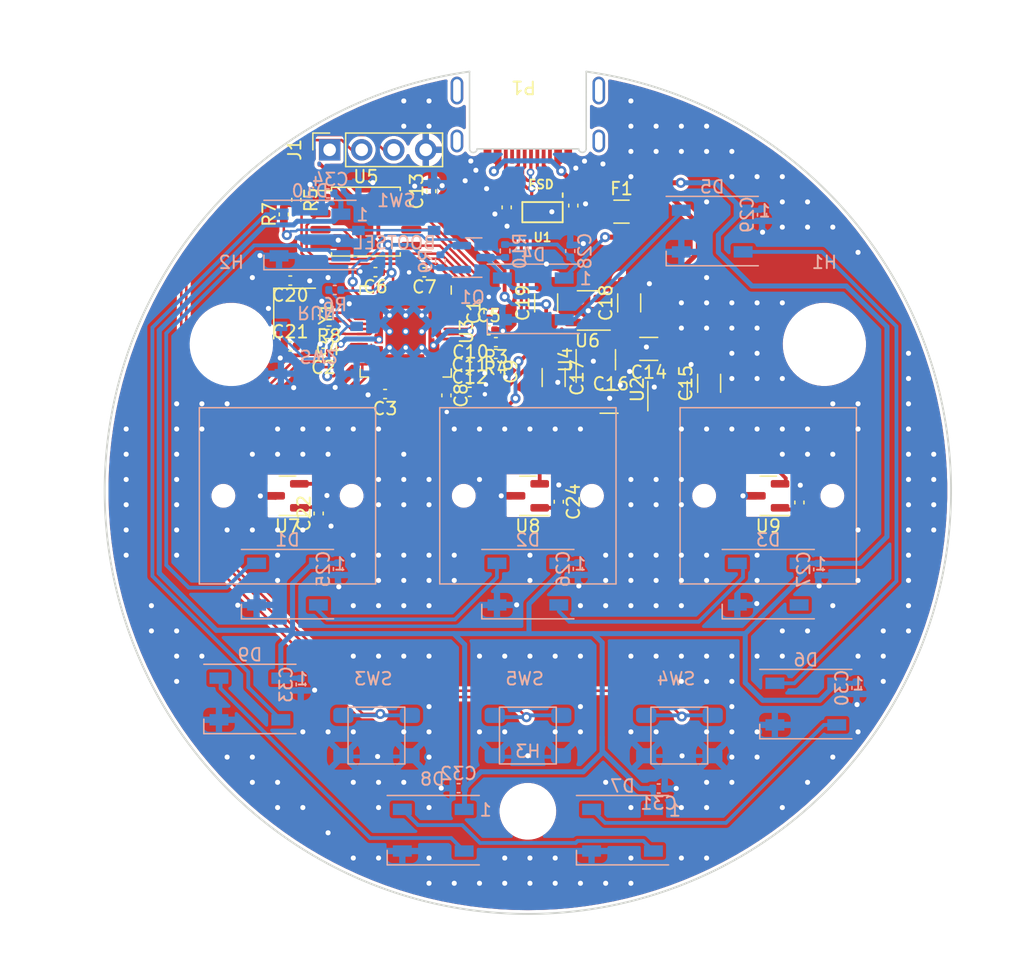
<source format=kicad_pcb>
(kicad_pcb (version 20221018) (generator pcbnew)
  (title_block (title "RP2040 Minimal Design Example") (date "2020-07-13") (rev "REV1") (company "Raspberry Pi (Trading) Ltd"))
  (layers (0 "F.Cu" mixed) (1 "In1.Cu" power "GND") (2 "In2.Cu" power "GND2") (31 "B.Cu" mixed) (34 "B.Paste" user) (35 "F.Paste" user) (36 "B.SilkS" user "B.Silkscreen") (37 "F.SilkS" user "F.Silkscreen") (38 "B.Mask" user) (39 "F.Mask" user) (44 "Edge.Cuts" user))
  (net 0 "")
  (net 1 "GND")
  (net 2 "VBUS")
  (net 3 "BUTT0")
  (net 4 "Net-(D6-DOUT)")
  (net 5 "+5V")
  (net 6 "Net-(D4-DOUT)")
  (net 7 "Net-(D5-DOUT)")
  (net 8 "Net-(P1-CC1)")
  (net 9 "Net-(P1-CC2)")
  (net 11 "OSC_IN")
  (net 12 "Net-(D7-DOUT)")
  (net 13 "USB_D+")
  (net 14 "USB_D-")
  (net 15 "LED_D")
  (net 16 "ADC_IN1")
  (net 17 "OSC_OUT")
  (net 18 "ADC_IN2")
  (net 19 "ADC_IN3")
  (net 20 "BUTT1")
  (net 21 "BUTT2")
  (net 25 "Net-(D4-DIN)")
  (net 26 "Net-(D2-DOUT)")
  (net 27 "UG_DIN")
  (net 28 "+1V1")
  (net 29 "SWDIO")
  (net 30 "SWCLK")
  (net 31 "Net-(D10-DIN)")
  (net 32 "+4V4")
  (net 33 "Net-(D8-DOUT)")
  (net 34 "Net-(D1-DOUT)")
  (net 35 "ADC_AVDD")
  (net 36 "+3V3")
  (net 37 "Net-(U3-USB_DP)")
  (net 38 "Net-(U3-USB_DM)")
  (net 39 "/QSPI_SS")
  (net 40 "Net-(R7-Pad1)")
  (net 41 "Net-(U3-RUN)")
  (net 43 "/QSPI_SD1")
  (net 44 "/QSPI_SD2")
  (net 45 "/QSPI_SD0")
  (net 46 "/QSPI_SCLK")
  (net 47 "/QSPI_SD3")
  (net 49 "/GPIO25")
  (net 50 "/GPIO24")
  (net 51 "/GPIO23")
  (net 52 "/GPIO22")
  (net 53 "/GPIO21")
  (net 54 "/GPIO20")
  (net 55 "/GPIO16")
  (net 56 "/GPIO15")
  (net 57 "/GPIO14")
  (net 58 "/GPIO13")
  (net 59 "/GPIO11")
  (net 60 "/GPIO10")
  (net 61 "/GPIO9")
  (net 62 "/GPIO8")
  (net 63 "/GPIO7")
  (net 64 "/GPIO6")
  (net 65 "/GPIO5")
  (net 66 "/GPIO4")
  (net 67 "/GPIO3")
  (net 68 "/GPIO2")
  (net 69 "/GPIO1")
  (net 70 "/GPIO0")
  (net 71 "/GPIO28_ADC2")
  (net 72 "Net-(C21-Pad2)")
  (footprint "Capacitor_SMD:C_0402_1005Metric" (layer "F.Cu") (at 97.485 90.15 -90)
    (fp_text reference "C9")
    (fp_text value "1u")
  )
  (footprint "Connector_USB:USB-TYPE-C-016_Receptacle_DEALON_16P_MidMnt" (layer "F.Cu") (at 100 67.88 180)
    (fp_text reference "P1")
    (fp_text value "USB-TYPE-C-016" hide)
    (fp_line (start -4.62 -4.6) (end -4.625 1.5) (stroke (width 0.12)) (layer "Edge.Cuts"))
    (fp_line (start -4.025 -4.625) (end 4.025 -4.625) (stroke (width 0.12)) (layer "Edge.Cuts"))
    (fp_line (start 4.62 -4.6) (end 4.625 1.5) (stroke (width 0.12)) (layer "Edge.Cuts"))
    (fp_arc (start -4.62 -4.6) (mid -4.335 -4.91) (end -4.025 -4.625) (stroke (width 0.12)) (layer "Edge.Cuts"))
    (fp_arc (start 4.025 -4.625) (mid 4.335 -4.91) (end 4.62 -4.6) (stroke (width 0.12)) (layer "Edge.Cuts"))
  )
  (footprint "Capacitor_SMD:C_0402_1005Metric" (layer "F.Cu") (at 95.395 91.76)
    (fp_text reference "C12")
    (fp_text value "1u")
  )
  (footprint "Capacitor_SMD:C_0402_1005Metric" (layer "F.Cu") (at 93.545 92.04 -90)
    (fp_text reference "C8")
    (fp_text value "100n")
  )
  (footprint "Capacitor_SMD:C_0402_1005Metric" (layer "F.Cu") (at 81.17 88.16)
    (fp_text reference "C21")
    (fp_text value "27p")
  )
  (footprint "Package_TO_SOT_SMD:SOT-23-5" (layer "F.Cu") (at 104.725 85.31 180)
    (fp_text reference "U6")
    (fp_text value "ME6212C33M5G")
  )
  (footprint "Capacitor_SMD:C_0402_1005Metric" (layer "F.Cu") (at 83.79 88.67 180)
    (fp_text reference "C2")
    (fp_text value "100n")
  )
  (footprint "Package_TO_SOT_SMD:SOT-23" (layer "F.Cu") (at 119.05 100 180)
    (fp_text reference "U9")
    (fp_text value "SLSS49E")
  )
  (footprint "Capacitor_SMD:C_0402_1005Metric" (layer "F.Cu") (at 97.465 87.82 180)
    (fp_text reference "R3")
    (fp_text value "27R")
  )
  (footprint "Capacitor_SMD:C_1206_3216Metric" (layer "F.Cu") (at 108.03 84.71 90)
    (fp_text reference "C18")
    (fp_text value "10u")
  )
  (footprint "Package_TO_SOT_SMD:SOT-23" (layer "F.Cu") (at 111.07 91.5825 90)
    (fp_text reference "U2")
    (fp_text value "ME6208A44M3G")
  )
  (footprint "Capacitor_SMD:C_0402_1005Metric" (layer "F.Cu") (at 95.385 90.77)
    (fp_text reference "C11")
    (fp_text value "10n")
  )
  (footprint "Crystal:Crystal_SMD_3225-4Pin_3.2x2.5mm" (layer "F.Cu") (at 81.511907 85.55 -90)
    (fp_text reference "Y1")
    (fp_text value "12MHz" hide)
  )
  (footprint "Capacitor_SMD:C_0402_1005Metric" (layer "F.Cu") (at 84.14 87.18 180)
    (fp_text reference "C4")
    (fp_text value "100n")
  )
  (footprint "Keebio-Parts:SOT-143B" (layer "F.Cu") (at 101.16 77.52 180)
    (fp_text reference "U1")
    (fp_text value "PRTR5V0U2X" hide)
  )
  (footprint "Capacitor_SMD:C_1206_3216Metric" (layer "F.Cu") (at 106.435 92.545)
    (fp_text reference "C16")
    (fp_text value "10u")
  )
  (footprint "Capacitor_SMD:C_0402_1005Metric" (layer "F.Cu") (at 97.455 88.75 180)
    (fp_text reference "R4")
    (fp_text value "27R")
  )
  (footprint "Capacitor_SMD:C_0402_1005Metric" (layer "F.Cu") (at 103.6025 77 -90)
    (fp_text reference "R1" hide)
    (fp_text value "5.1k" hide)
  )
  (footprint "Capacitor_SMD:C_0402_1005Metric" (layer "F.Cu") (at 80.66 77.7 90)
    (fp_text reference "R7")
    (fp_text value "1k")
  )
  (footprint "Capacitor_SMD:C_0402_1005Metric" (layer "F.Cu") (at 92.345 75.86 90)
    (fp_text reference "C13")
    (fp_text value "100n")
  )
  (footprint "Package_SO:SOIC-8_5.23x5.23mm_P1.27mm" (layer "F.Cu") (at 87.165 78.27)
    (fp_text reference "U5")
    (fp_text value "W25Q16JVSS")
  )
  (footprint "Capacitor_SMD:C_1206_3216Metric" (layer "F.Cu") (at 109.58 88.355 180)
    (fp_text reference "C14")
    (fp_text value "10u")
  )
  (footprint "Capacitor_SMD:C_0402_1005Metric" (layer "F.Cu") (at 96.895 86.88)
    (fp_text reference "C5")
    (fp_text value "100n")
  )
  (footprint "Capacitor_SMD:C_0402_1005Metric" (layer "F.Cu") (at 83.42 101.4 90)
    (fp_text reference "C22")
    (fp_text value "100n" hide)
  )
  (footprint "Capacitor_SMD:C_0402_1005Metric" (layer "F.Cu") (at 87.92 82.27 180)
    (fp_text reference "C6")
    (fp_text value "100n")
  )
  (footprint "Capacitor_SMD:C_1206_3216Metric" (layer "F.Cu") (at 102.042813 90.626313 -90)
    (fp_text reference "C17")
    (fp_text value "10u")
  )
  (footprint "Capacitor_SMD:C_0402_1005Metric" (layer "F.Cu") (at 81.65 76.54 -90)
    (fp_text reference "R5")
    (fp_text value "10k")
  )
  (footprint "Capacitor_SMD:C_0402_1005Metric" (layer "F.Cu") (at 81.17 82.94 180)
    (fp_text reference "C20")
    (fp_text value "27p")
  )
  (footprint "Resistor_SMD:R_0402_1005Metric" (layer "F.Cu") (at 84.24 86.16 180)
    (fp_text reference "R8")
    (fp_text value "47")
  )
  (footprint "Package_TO_SOT_SMD:SOT-23" (layer "F.Cu") (at 100 100 180)
    (fp_text reference "U8")
    (fp_text value "SLSS49E")
  )
  (footprint "Capacitor_SMD:C_0402_1005Metric" (layer "F.Cu") (at 102.45 100.47 -90)
    (fp_text reference "C24")
    (fp_text value "100n")
  )
  (footprint "MCU_RaspberryPi_and_Boards:RP2040-QFN-56" (layer "F.Cu") (at 90.317338 86.978 -90)
    (fp_text reference "U3")
    (fp_text value "RP2040")
  )
  (footprint "Capacitor_SMD:C_1206_3216Metric" (layer "F.Cu") (at 114.365 91.0825 90)
    (fp_text reference "C15")
    (fp_text value "10u")
  )
  (footprint "Package_TO_SOT_SMD:SOT-23" (layer "F.Cu") (at 80.95 100 180)
    (fp_text reference "U7")
    (fp_text value "SLSS49E")
  )
  (footprint "Capacitor_SMD:C_0402_1005Metric" (layer "F.Cu") (at 98.32 77.14 -90)
    (fp_text reference "R2" hide)
    (fp_text value "5.1k" hide)
  )
  (footprint "Capacitor_SMD:C_0402_1005Metric" (layer "F.Cu") (at 121.52 100.53 -90)
    (fp_text reference "C23" hide)
    (fp_text value "100n")
  )
  (footprint "Capacitor_SMD:C_0402_1005Metric" (layer "F.Cu") (at 91.795 82.29 180)
    (fp_text reference "C7")
    (fp_text value "100n")
  )
  (footprint "Capacitor_SMD:C_0402_1005Metric" (layer "F.Cu") (at 88.685 91.93 180)
    (fp_text reference "C3")
    (fp_text value "100n")
  )
  (footprint "Connector_PinSocket_2.54mm:PinSocket_1x04_P2.54mm_Vertical" (layer "F.Cu") (at 84.29 72.58 90)
    (fp_text reference "J1")
    (fp_text value "Conn_01x04_Socket")
  )
  (footprint "Fuse:Fuse_1206_3216Metric" (layer "F.Cu") (at 107.42 77.48)
    (fp_text reference "F1")
    (fp_text value "nSMD050-24V" hide)
  )
  (footprint "Capacitor_SMD:C_0402_1005Metric" (layer "F.Cu") (at 96.885 85.44 90)
    (fp_text reference "C1")
    (fp_text value "100n")
  )
  (footprint "Capacitor_SMD:C_0402_1005Metric" (layer "F.Cu") (at 95.445 89.76)
    (fp_text reference "C10")
    (fp_text value "1u")
  )
  (footprint "Capacitor_SMD:C_1206_3216Metric" (layer "F.Cu") (at 101.45 84.71 90)
    (fp_text reference "C19")
    (fp_text value "10u")
  )
  (footprint "Package_TO_SOT_SMD:SOT-23-5" (layer "F.Cu") (at 105.385 89.215 90)
    (fp_text reference "U4")
    (fp_text value "ME6212C25M5G")
  )
  (footprint "Capacitor_SMD:C_0402_1005Metric" (layer "B.Cu") (at 84.7 83.69)
    (fp_text reference "R6")
    (fp_text value "1k")
  )
  (footprint "Button_Switch_SMD:PTS647_4.5x4.5mm" (layer "B.Cu") (at 112 119 180)
    (fp_text reference "SW4")
    (fp_text value "BUTT3")
  )
  (footprint "LED_SMD:LED_WS2812B_PLCC4_5.0x5.0mm_P3.2mm" (layer "B.Cu") (at 82.73 79.33 180)
    (fp_text reference "D10")
    (fp_text value "WS2812B")
  )
  (footprint "Button_Switch_SMD:TS-1187A" (layer "B.Cu") (at 89.57 77.1 180)
    (fp_text reference "SW1")
    (fp_text value "TS-1187A-B-A-B")
  )
  (footprint "Capacitor_SMD:C_0402_1005Metric" (layer "B.Cu") (at 82 114.95 -90)
    (fp_text reference "C33")
    (fp_text value "100n")
  )
  (footprint "Resistor_SMD:R_0402_1005Metric" (layer "B.Cu") (at 93.0675 81.41 -90)
    (fp_text reference "R9")
    (fp_text value "10k")
  )
  (footprint "MountingHole:MountingHole_4.3mm_M4_DIN965" (layer "B.Cu") (at 100 125 180)
    (fp_text reference "H3")
    (fp_text value "MountingHole_4.3mm_M4_DIN965")
  )
  (footprint "Capacitor_SMD:C_0402_1005Metric" (layer "B.Cu") (at 84.15 76.03 180)
    (fp_text reference "C34")
    (fp_text value "100n")
  )
  (footprint "Button_Switch_SMD:PTS647_4.5x4.5mm" (layer "B.Cu") (at 88 119 180)
    (fp_text reference "SW3")
    (fp_text value "BUTT1")
  )
  (footprint "Button_Switch_Keyboard:SW_Lekker_MX_1.00u_PCB" (layer "B.Cu") (at 119.05 100 180)
    (fp_text reference "REF**" hide)
    (fp_text value "SW_Lekker_MX_1.00u_PCB")
  )
  (footprint "Capacitor_SMD:C_0402_1005Metric" (layer "B.Cu") (at 123.02 105.83 -90)
    (fp_text reference "C27")
    (fp_text value "100n")
  )
  (footprint "LED_SMD:LED_WS2812B_PLCC4_5.0x5.0mm_P3.2mm" (layer "B.Cu") (at 80.95 107 180)
    (fp_text reference "D1")
    (fp_text value "WS2812B")
  )
  (footprint "Capacitor_SMD:C_0402_1005Metric" (layer "B.Cu") (at 84.95 105.8 -90)
    (fp_text reference "C25")
    (fp_text value "100n")
  )
  (footprint "Button_Switch_Keyboard:SW_Lekker_MX_1.00u_PCB" (layer "B.Cu") (at 100 100 180)
    (fp_text reference "REF**" hide)
    (fp_text value "SW_Lekker_MX_1.00u_PCB")
  )
  (footprint "Capacitor_SMD:C_0402_1005Metric" (layer "B.Cu") (at 118.56 77.73 -90)
    (fp_text reference "C29")
    (fp_text value "100n")
  )
  (footprint "MountingHole:MountingHole_6.4mm_M6_DIN965" (layer "B.Cu") (at 76.5 88 180)
    (fp_text reference "H2")
    (fp_text value "MountingHole_6.4mm_M6_DIN965")
  )
  (footprint "Capacitor_SMD:C_0402_1005Metric" (layer "B.Cu") (at 103.96 105.79 -90)
    (fp_text reference "C26")
    (fp_text value "100n")
  )
  (footprint "Capacitor_SMD:C_0402_1005Metric" (layer "B.Cu") (at 94.51 123.17 180)
    (fp_text reference "C32")
    (fp_text value "100n")
  )
  (footprint "LED_SMD:LED_WS2812B_PLCC4_5.0x5.0mm_P3.2mm" (layer "B.Cu") (at 119.05 107 180)
    (fp_text reference "D3")
    (fp_text value "WS2812B")
  )
  (footprint "MountingHole:MountingHole_6.4mm_M6_DIN965" (layer "B.Cu") (at 123.5 88 180)
    (fp_text reference "H1")
    (fp_text value "MountingHole_6.4mm_M6_DIN965" hide)
  )
  (footprint "Button_Switch_SMD:TS-1187A" (layer "B.Cu") (at 83.43 88.445)
    (fp_text reference "SW2")
    (fp_text value "TS-1187A-B-A-B" hide)
  )
  (footprint "LED_SMD:LED_WS2812B_PLCC4_5.0x5.0mm_P3.2mm" (layer "B.Cu") (at 100 107 180)
    (fp_text reference "D2")
    (fp_text value "WS2812B")
  )
  (footprint "Capacitor_SMD:C_0402_1005Metric" (layer "B.Cu") (at 126.045 115.225 -90)
    (fp_text reference "C30")
    (fp_text value "100n")
  )
  (footprint "Button_Switch_SMD:PTS647_4.5x4.5mm" (layer "B.Cu") (at 100 119 180)
    (fp_text reference "SW5")
    (fp_text value "BUTT2")
  )
  (footprint "LED_SMD:LED_WS2812B_PLCC4_5.0x5.0mm_P3.2mm" (layer "B.Cu") (at 100.43 84.39 180)
    (fp_text reference "D4")
    (fp_text value "WS2812B")
  )
  (footprint "Capacitor_SMD:C_0402_1005Metric" (layer "B.Cu") (at 103.36 80.6 90)
    (fp_text reference "C28")
    (fp_text value "100n")
  )
  (footprint "Resistor_SMD:R_0402_1005Metric" (layer "B.Cu") (at 98.195 80.595 90)
    (fp_text reference "R10")
    (fp_text value "10k")
  )
  (footprint "Button_Switch_Keyboard:SW_Lekker_MX_1.00u_PCB" (layer "B.Cu") (at 80.95 100 180)
    (fp_text reference "REF**" hide)
    (fp_text value "SW_Lekker_MX_1.00u_PCB")
  )
  (footprint "LED_SMD:LED_WS2812B_PLCC4_5.0x5.0mm_P3.2mm" (layer "B.Cu") (at 92.5 126.5 180)
    (fp_text reference "D8")
    (fp_text value "WS2812B")
  )
  (footprint "LED_SMD:LED_WS2812B_PLCC4_5.0x5.0mm_P3.2mm" (layer "B.Cu") (at 77.97 116.1 180)
    (fp_text reference "D9")
    (fp_text value "WS2812B")
  )
  (footprint "Package_TO_SOT_SMD:SOT-23" (layer "B.Cu") (at 95.7075 81.12)
    (fp_text reference "Q1")
    (fp_text value "BSS138")
  )
  (footprint "LED_SMD:LED_WS2812B_PLCC4_5.0x5.0mm_P3.2mm" (layer "B.Cu") (at 122.025 116.505 180)
    (fp_text reference "D6")
    (fp_text value "WS2812B")
  )
  (footprint "LED_SMD:LED_WS2812B_PLCC4_5.0x5.0mm_P3.2mm" (layer "B.Cu") (at 107.5 126.5 180)
    (fp_text reference "D7")
    (fp_text value "WS2812B")
  )
  (footprint "LED_SMD:LED_WS2812B_PLCC4_5.0x5.0mm_P3.2mm" (layer "B.Cu") (at 114.61 79.02 180)
    (fp_text reference "D5")
    (fp_text value "WS2812B")
  )
  (footprint "Capacitor_SMD:C_0402_1005Metric" (layer "B.Cu") (at 110.37 123.2)
    (fp_text reference "C31")
    (fp_text value "100n")
  )
  (gr_arc (start 104.625 66.38) (mid 100.000006 133.136981) (end 95.375 66.380001) (stroke (width 0.15)) (layer "Edge.Cuts"))
  (segment (start 81.740071 83.828164) (end 82.361907 84.45) (width 0.3) (layer "F.Cu") (net 1))
  (segment (start 82.361907 84.45) (end 83.54 84.45) (width 0.3) (layer "F.Cu") (net 1))
  (segment (start 93.055 75.35) (end 93.205 75.42) (width 0.2) (layer "F.Cu") (net 1))
  (segment (start 108.06 90.145) (end 108.05 90.0175) (width 0.6) (layer "F.Cu") (net 1))
  (segment (start 90.648831 82.28) (end 91.261169 82.28) (width 0.2) (layer "F.Cu") (net 1))
  (segment (start 110.02 92.42) (end 110.12 92.52) (width 0.6) (layer "F.Cu") (net 1))
  (segment (start 84 79.74) (end 83.565 80.175) (width 0.2) (layer "F.Cu") (net 1))
  (segment (start 80.289635 86.557045) (end 80.289635 86.678258) (width 0.6) (layer "F.Cu") (net 1))
  (segment (start 82.711907 82.96) (end 82.680165 82.928258) (width 0.3) (layer "F.Cu") (net 1))
  (segment (start 97.39 77.67) (end 97.387 77.667) (width 0.3) (layer "F.Cu") (net 1))
  (segment (start 96.8 73.105) (end 96.347355 73.105) (width 0.6) (layer "F.Cu") (net 1))
  (segment (start 95.479259 73.467682) (end 95.764073 73.467682) (width 0.3) (layer "F.Cu") (net 1))
  (segment (start 88.205 91.93) (end 87.645 91.93) (width 0.2) (layer "F.Cu") (net 1))
  (segment (start 81.740071 82.915932) (end 81.740071 83.828164) (width 0.3) (layer "F.Cu") (net 1))
  (segment (start 84.97 79.74) (end 84 79.74) (width 0.2) (layer "F.Cu") (net 1))
  (segment (start 78.8 100.01) (end 80.0025 100.01) (width 0.6) (layer "F.Cu") (net 1))
  (segment (start 118.074 100) (end 117.046 100) (width 0.6) (layer "F.Cu") (net 1))
  (segment (start 105.190531 89.332424) (end 105.395 89.536893) (width 0.6) (layer "F.Cu") (net 1))
  (segment (start 91.2845 82.2905) (end 91.325 82.25) (width 0.15) (layer "F.Cu") (net 1))
  (segment (start 83.31 88.2) (end 83.54 87.97) (width 0.2) (layer "F.Cu") (net 1))
  (segment (start 113.775 89.5925) (end 112.9375 89.5925) (width 0.6) (layer "F.Cu") (net 1))
  (segment (start 93.205 75.42) (end 93.075 75.37) (width 0.2) (layer "F.Cu") (net 1))
  (segment (start 103.8 73.95) (end 103.72 73.87) (width 0.3) (layer "F.Cu") (net 1))
  (segment (start 98.017338 86.928) (end 97.209838 86.928) (width 0.2) (layer "F.Cu") (net 1))
  (segment (start 101.9 77.49) (end 101.9 76.410046) (width 0.4) (layer "F.Cu") (net 1))
  (segment (start 103.569466 73.474466) (end 103.2 73.105) (width 0.6) (layer "F.Cu") (net 1))
  (segment (start 102.37 91.0075) (end 102.37 92.076313) (width 0.6) (layer "F.Cu") (net 1))
  (segment (start 109.28 83.54) (end 107.96 83.54) (width 0.6) (layer "F.Cu") (net 1))
  (segment (start 104.375 76.895) (end 104.57 76.86) (width 0.3) (layer "F.Cu") (net 1))
  (segment (start 83.68 87.83) (end 83.68 87.18) (width 0.2) (layer "F.Cu") (net 1))
  (segment (start 97.47 77.67) (end 97.467 77.667) (width 0.3) (layer "F.Cu") (net 1))
  (segment (start 83.54 87.97) (end 83.68 87.83) (width 0.2) (layer "F.Cu") (net 1))
  (segment (start 98.319 77.67) (end 97.39 77.67) (width 0.3) (layer "F.Cu") (net 1))
  (segment (start 98.684 100) (end 97.656 100) (width 0.6) (layer "F.Cu") (net 1))
  (segment (start 109.63 83.19) (end 109.28 83.54) (width 0.6) (layer "F.Cu") (net 1))
  (segment (start 96.8 73.105) (end 96.8 73.22) (width 0.6) (layer "F.Cu") (net 1))
  (segment (start 110.02 91.3825) (end 110.02 92.42) (width 0.6) (layer "F.Cu") (net 1))
  (segment (start 95.953897 73.364117) (end 95.850332 73.467682) (width 0.6) (layer "F.Cu") (net 1))
  (segment (start 79.470129 85.737539) (end 80.289635 86.557045) (width 0.6) (layer "F.Cu") (net 1))
  (segment (start 107.835 91.7475) (end 107.835 92.475) (width 0.6) (layer "F.Cu") (net 1))
  (segment (start 86.323099 85.978) (end 86.879838 85.978) (width 0.2) (layer "F.Cu") (net 1))
  (segment (start 96.905 84.995) (end 96.905 84.24) (width 0.2) (layer "F.Cu") (net 1))
  (segment (start 101.3475 81.7525) (end 101.3475 83.38375) (width 0.6) (layer "F.Cu") (net 1))
  (segment (start 80.0025 100.01) (end 80.0125 100) (width 0.6) (layer "F.Cu") (net 1))
  (segment (start 107.89 92.6475) (end 107.87 92.6675) (width 0.6) (layer "F.Cu") (net 1))
  (segment (start 105.61875 85.33) (end 104.78125 85.33) (width 0.6) (layer "F.Cu") (net 1))
  (segment (start 109.265 88.3375) (end 108.04 88.3375) (width 0.6) (layer "F.Cu") (net 1))
  (segment (start 96.25 90.75) (end 95.87125 90.75) (width 0.2) (layer "F.Cu") (net 1))
  (segment (start 83.86 101.86) (end 83.18 101.86) (width 0.3) (layer "F.Cu") (net 1))
  (segment (start 87.505 91.93) (end 87.575 91.93) (width 0.2) (layer "F.Cu") (net 1))
  (segment (start 121.59 99.16) (end 121.59 99.34) (width 0.3) (layer "F.Cu") (net 1))
  (segment (start 103.2 73.35) (end 103.8 73.95) (width 0.6) (layer "F.Cu") (net 1))
  (segment (start 106.56 92.345) (end 107.535 92.345) (width 0.6) (layer "F.Cu") (net 1))
  (segment (start 113.8125 89.63) (end 113.775 89.5925) (width 0.6) (layer "F.Cu") (net 1))
  (segment (start 95.82 74.2) (end 95.9 74.12) (width 0.6) (layer "F.Cu") (net 1))
  (segment (start 121.58 100.02) (end 121.58 99.35) (width 0.3) (layer "F.Cu") (net 1))
  (segment (start 87.335 92) (end 87.505 91.93) (width 0.2) (layer "F.Cu") (net 1))
  (segment (start 80.72 87.008623) (end 80.359635 86.648258) (width 0.3) (layer "F.Cu") (net 1))
  (segment (start 103.2 73.105) (end 103.2 73.35) (width 0.3) (layer "F.Cu") (net 1))
  (segment (start 95.850332 73.467682) (end 95.479259 73.467682) (width 0.6) (layer "F.Cu") (net 1))
  (segment (start 103.6025 77.48) (end 103.95 77.48) (width 0.3) (layer "F.Cu") (net 1))
  (segment (start 101.9 76.410046) (end 101.985023 76.325023) (width 0.4) (layer "F.Cu") (net 1))
  (segment (start 84.4 102.4) (end 83.86 101.86) (width 0.3) (layer "F.Cu") (net 1))
  (segment (start 79.44 85.15) (end 79.470129 85.737539) (width 0.6) (layer "F.Cu") (net 1))
  (segment (start 96.8 73.22) (end 95.88 74.14) (width 0.6) (layer "F.Cu") (net 1))
  (segment (start 107.3225 91.235) (end 107.835 91.7475) (width 0.6) (layer "F.Cu") (net 1))
  (segment (start 82.680165 82.928258) (end 81.674635 82.928258) (width 0.3) (layer "F.Cu") (net 1))
  (segment (start 83.31 88.67) (end 83.31 88.2) (width 0.2) (layer "F.Cu") (net 1))
  (segment (start 96.567248 90.192248) (end 95.895 89.52) (width 0.2) (layer "F.Cu") (net 1))
  (segment (start 96.68 91.18) (end 96.25 90.75) (width 0.2) (layer "F.Cu") (net 1))
  (segment (start 85.842838 84.78) (end 86.078429 85.015591) (width 0.2) (layer "F.Cu") (net 1))
  (segment (start 86.078429 85.015591) (end 86.078429 85.73333) (width 0.2) (layer "F.Cu") (net 1))
  (segment (start 93.572338 93.356176) (end 93.572338 92.686176) (width 0.2) (layer "F.Cu") (net 1))
  (segment (start 103.8 74.03) (end 103.8 73.95) (width 0.3) (layer "F.Cu") (net 1))
  (segment (start 96.347355 73.105) (end 96.235333 73.217022) (width 0.6) (layer "F.Cu") (net 1))
  (segment (start 80.37764 89.08) (end 80.37764 88.750253) (width 0.3) (layer "F.Cu") (net 1))
  (segment (start 96.235333 73.217022) (end 95.953897 73.364117) (width 0.6) (layer "F.Cu") (net 1))
  (segment (start 105.395 89.536893) (end 105.395 90.3) (width 0.6) (layer "F.Cu") (net 1))
  (segment (start 96.59125 91.95) (end 96.0775 91.95) (width 0.2) (layer "F.Cu") (net 1))
  (segment (start 104.489898 73.474466) (end 103.569466 73.474466) (width 0.6) (layer "F.Cu") (net 1))
  (segment (start 83.54 84.45) (end 83.67 84.58) (width 0.3) (layer "F.Cu") (net 1))
  (segment (start 95.88 74.14) (end 95.88 74.2) (width 0.6) (layer "F.Cu") (net 1))
  (segment (start 87.645 91.93) (end 87.335 92) (width 0.2) (layer "F.Cu") (net 1))
  (segment (start 101.47 81.63) (end 101.3475 81.7525) (width 0.6) (layer "F.Cu") (net 1))
  (segment (start 96.0775 91.95) (end 95.8675 91.74) (width 0.2) (layer "F.Cu") (net 1))
  (segment (start 108.05 90.0275) (end 108.05 90.0375) (width 0.6) (layer "F.Cu") (net 1))
  (segment (start 80.72 88.407893) (end 80.72 87.008623) (width 0.3) (layer "F.Cu") (net 1))
  (segment (start 97.467 77.667) (end 97.387 77.667) (width 0.3) (layer "F.Cu") (net 1))
  (segment (start 86.72 82.2205) (end 87.332338 82.2205) (width 0.2) (layer "F.Cu") (net 1))
  (segment (start 102.45 99.14) (end 102.45 99.99) (width 0.3) (layer "F.Cu") (net 1))
  (segment (start 106.485 92.27) (end 106.56 92.345) (width 0.6) (layer "F.Cu") (net 1))
  (segment (start 109.395 88.2075) (end 109.265 88.3375) (width 0.6) (layer "F.Cu") (net 1))
  (segment (start 105.65625 85.3675) (end 105.73625 85.2875) (width 0.6) (layer "F.Cu") (net 1))
  (segment (start 108.05 90.0175) (end 108.05 88.3425) (width 0.6) (layer "F.Cu") (net 1))
  (segment (start 93.165 75.38) (end 93.205 75.42) (width 0.2) (layer "F.Cu") (net 1))
  (segment (start 113.8125 89.63) (end 113.8925 89.55) (width 0.6) (layer "F.Cu") (net 1))
  (segment (start 92.345 75.38) (end 93.165 75.38) (width 0.2) (layer "F.Cu") (net 1))
  (segment (start 105.65625 85.3675) (end 105.61875 85.33) (width 0.6) (layer "F.Cu") (net 1))
  (segment (start 103.95 77.48) (end 104.57 76.86) (width 0.3) (layer "F.Cu") (net 1))
  (segment (start 97.405 90.6) (end 98.235 90.6) (width 0.2) (layer "F.Cu") (net 1))
  (segment (start 78.8 100.01) (end 78.76 99.97) (width 0.3) (layer "F.Cu") (net 1))
  (segment (start 108.05 90.0375) (end 108.06 90.145) (width 0.6) (layer "F.Cu") (net 1))
  (segment (start 102.37 91.0075) (end 102.37 91.1475) (width 0.6) (layer "F.Cu") (net 1))
  (segment (start 80.37764 88.750253) (end 80.72 88.407893) (width 0.3) (layer "F.Cu") (net 1))
  (segment (start 96.563498 90.469738) (end 96.563498 90.382248) (width 0.2) (layer "F.Cu") (net 1))
  (segment (start 79.470129 85.245924) (end 79.44 85.15) (width 0.6) (layer "F.Cu") (net 1))
  (segment (start 104.57 76.86) (end 104.39 76.88) (width 0.3) (layer "F.Cu") (net 1))
  (segment (start 121.58 99.35) (end 121.59 99.16) (width 0.3) (layer "F.Cu") (net 1))
  (segment (start 86.078429 85.73333) (end 86.323099 85.978) (width 0.2) (layer "F.Cu") (net 1))
  (segment (start 95.88 74.2) (end 95.82 74.2) (width 0.6) (layer "F.Cu") (net 1))
  (via (at 96.166 98.706) (size 0.8) (drill 0.4) (layers "F.Cu" "B.Cu") (net 1))
  (via (at 100.166 130.706) (size 0.8) (drill 0.4) (layers "F.Cu" "B.Cu") (net 1))
  (via (at 84.166 118.706) (size 0.8) (drill 0.4) (layers "F.Cu" "B.Cu") (net 1))
  (via (at 130.166 88.706) (size 0.8) (drill 0.4) (layers "F.Cu" "B.Cu") (net 1))
  (via (at 90.584838 82.2905) (size 0.6) (drill 0.35) (layers "F.Cu" "B.Cu") (net 1))
  (via (at 116.166 72.706) (size 0.8) (drill 0.4) (layers "F.Cu" "B.Cu") (net 1))
  (via (at 126.166 118.706) (size 0.8) (drill 0.4) (layers "F.Cu" "B.Cu") (net 1))
  (via (at 126.166 94.706) (size 0.8) (drill 0.4) (layers "F.Cu" "B.Cu") (net 1))
  (via (at 112.166 128.706) (size 0.8) (drill 0.4) (layers "F.Cu" "B.Cu") (net 1))
  (via (at 74.166 92.706) (size 0.8) (drill 0.4) (layers "F.Cu" "B.Cu") (net 1))
  (via (at 92.166 130.706) (size 0.8) (drill 0.4) (layers "F.Cu" "B.Cu") (net 1))
  (via (at 114.166 70.706) (size 0.8) (drill 0.4) (layers "F.Cu" "B.Cu") (net 1))
  (via (at 118.166 90.706) (size 0.8) (drill 0.4) (layers "F.Cu" "B.Cu") (net 1))
  (via (at 118.166 84.706) (size 0.8) (drill 0.4) (layers "F.Cu" "B.Cu") (net 1))
  (via (at 107.3225 91.235) (size 0.8) (drill 0.4) (layers "F.Cu" "B.Cu") (net 1))
  (via (at 86.72 82.2205) (size 0.6) (drill 0.35) (layers "F.Cu" "B.Cu") (net 1))
  (via (at 118.166 118.706) (size 0.8) (drill 0.4) (layers "F.Cu" "B.Cu") (net 1))
  (via (at 102.166 94.706) (size 0.8) (drill 0.4) (layers "F.Cu" "B.Cu") (net 1))
  (via (at 95.88 74.2) (size 0.8) (drill 0.4) (layers "F.Cu" "B.Cu") (net 1))
  (via (at 96.73 75.66) (size 0.8) (drill 0.4) (layers "F.Cu" "B.Cu") (net 1))
  (via (at 112.166 106.706) (size 0.8) (drill 0.4) (layers "F.Cu" "B.Cu") (net 1))
  (via (at 132.166 102.706) (size 0.8) (drill 0.4) (layers "F.Cu" "B.Cu") (net 1))
  (via (at 98.166 130.706) (size 0.8) (drill 0.4) (layers "F.Cu" "B.Cu") (net 1))
  (via (at 108.166 68.706) (size 0.8) (drill 0.4) (layers "F.Cu" "B.Cu") (net 1))
  (via (at 118.166 106.706) (size 0.8) (drill 0.4) (layers "F.Cu" "B.Cu") (net 1))
  (via (at 72.166 92.706) (size 0.8) (drill 0.4) (layers "F.Cu" "B.Cu") (net 1))
  (via (at 96.166 118.706) (size 0.8) (drill 0.4) (layers "F.Cu" "B.Cu") (net 1))
  (via (at 80.166 96.706) (size 0.8) (drill 0.4) (layers "F.Cu" "B.Cu") (net 1))
  (via (at 82.166 124.706) (size 0.8) (drill 0.4) (layers "F.Cu" "B.Cu") (net 1))
  (via (at 97.89 100) (size 0.8) (drill 0.4) (layers "F.Cu" "B.Cu") (net 1))
  (via (at 116.166 118.706) (size 0.8) (drill 0.4) (layers "F.Cu" "B.Cu") (net 1))
  (via (at 114.166 106.706) (size 0.8) (drill 0.4) (layers "F.Cu" "B.Cu") (net 1))
  (via (at 82.711907 82.96) (size 0.8) (drill 0.4) (layers "F.Cu" "B.Cu") (net 1))
  (via (at 110.166 106.706) (size 0.8) (drill 0.4) (layers "F.Cu" "B.Cu") (net 1))
  (via (at 106.166 122.706) (size 0.8) (drill 0.4) (layers "F.Cu" "B.Cu") (net 1))
  (via (at 126.166 80.706) (size 0.8) (drill 0.4) (layers "F.Cu" "B.Cu") (net 1))
  (via (at 84.166 96.706) (size 0.8) (drill 0.4) (layers "F.Cu" "B.Cu") (net 1))
  (via (at 108.06 90.145) (size 0.8) (drill 0.4) (layers "F.Cu" "B.Cu") (net 1))
  (via (at 82.166 118.706) (size 0.8) (drill 0.4) (layers "F.Cu" "B.Cu") (net 1))
  (via (at 114.166 114.706) (size 0.8) (drill 0.4) (layers "F.Cu" "B.Cu") (net 1))
  (via (at 88.166 128.706) (size 0.8) (drill 0.4) (layers "F.Cu" "B.Cu") (net 1))
  (via (at 104.166 116.706) (size 0.8) (drill 0.4) (layers "F.Cu" "B.Cu") (net 1))
  (via (at 85.842838 84.78) (size 0.8) (drill 0.4) (layers "F.Cu" "B.Cu") (net 1))
  (via (at 120.166 76.706) (size 0.8) (drill 0.4) (layers "F.Cu" "B.Cu") (net 1))
  (via (at 130.166 100.706) (size 0.8) (drill 0.4) (layers "F.Cu" "B.Cu") (net 1))
  (via (at 114.166 128.706) (size 0.8) (drill 0.4) (layers "F.Cu" "B.Cu") (net 1))
  (via (at 124.166 120.706) (size 0.8) (drill 0.4) (layers "F.Cu" "B.Cu") (net 1))
  (via (at 124.166 108.706) (size 0.8) (drill 0.4) (layers "F.Cu" "B.Cu") (net 1))
  (via (at 120.166 96.706) (size 0.8) (drill 0.4) (layers "F.Cu" "B.Cu") (net 1))
  (via (at 130.166 104.706) (size 0.8) (drill 0.4) (layers "F.Cu" "B.Cu") (net 1))
  (via (at 102.45 99.14) (size 0.8) (drill 0.4) (layers "F.Cu" "B.Cu") (net 1))
  (via (at 86.166 108.706) (size 0.8) (drill 0.4) (layers "F.Cu" "B.Cu") (net 1))
  (via (at 120.166 94.706) (size 0.8) (drill 0.4) (layers "F.Cu" "B.Cu") (net 1))
  (via (at 100.166 112.706) (size 0.8) (drill 0.4) (layers "F.Cu" "B.Cu") (net 1))
  (via (at 96.59125 91.95) (size 0.6) (drill 0.35) (layers "F.Cu" "B.Cu") (net 1))
  (via (at 130.166 96.706) (size 0.8) (drill 0.4) (layers "F.Cu" "B.Cu") (net 1))
  (via (at 114.166 122.706) (size 0.8) (drill 0.4) (layers "F.Cu" "B.Cu") (net 1))
  (via (at 79.44 85.15) (size 0.8) (drill 0.4) (layers "F.Cu" "B.Cu") (net 1))
  (via (at 78.166 82.706) (size 0.8) (drill 0.4) (layers "F.Cu" "B.Cu") (net 1))
  (via (at 88.166 104.706) (size 0.8) (drill 0.4) (layers "F.Cu" "B.Cu") (net 1))
  (via (at 104.166 130.706) (size 0.8) (drill 0.4) (layers "F.Cu" "B.Cu") (net 1))
  (via (at 112.166 86.706) (size 0.8) (drill 0.4) (layers "F.Cu" "B.Cu") (net 1))
  (via (at 120.166 124.706) (size 0.8) (drill 0.4) (layers "F.Cu" "B.Cu") (net 1))
  (via (at 90.166 118.706) (size 0.8) (drill 0.4) (layers "F.Cu" "B.Cu") (net 1))
  (via (at 90.166 112.706) (size 0.8) (drill 0.4) (layers "F.Cu" "B.Cu") (net 1))
  (via (at 124.166 92.706) (size 0.8) (drill 0.4) (layers "F.Cu" "B.Cu") (net 1))
  (via (at 120.166 74.706) (size 0.8) (drill 0.4) (layers "F.Cu" "B.Cu") (net 1))
  (via (at 104.166 108.706) (size 0.8) (drill 0.4) (layers "F.Cu" "B.Cu") (net 1))
  (via (at 84.166 94.706) (size 0.8) (drill 0.4) (layers "F.Cu" "B.Cu") (net 1))
  (via (at 78.166 96.706) (size 0.8) (drill 0.4) (layers "F.Cu" "B.Cu") (net 1))
  (via (at 104.78125 85.33) (size 0.8) (drill 0.4) (layers "F.Cu" "B.Cu") (net 1))
  (via (at 90.166 122.706) (size 0.8) (drill 0.4) (layers "F.Cu" "B.Cu") (net 1))
  (via (at 84.4 102.4) (size 0.8) (drill 0.4) (layers "F.Cu" "B.Cu") (net 1))
  (via (at 108.166 72.706) (size 0.8) (drill 0.4) (layers "F.Cu" "B.Cu") (net 1))
  (via (at 112.166 72.706) (size 0.8) (drill 0.4) (layers "F.Cu" "B.Cu") (net 1))
  (via (at 96.166 94.706) (size 0.8) (drill 0.4) (layers "F.Cu" "B.Cu") (net 1))
  (via (at 102.37 91.0075) (size 0.8) (drill 0.4) (layers "F.Cu" "B.Cu") (net 1))
  (via (at 106.485 92.27) (size 0.8) (drill 0.4) (layers "F.Cu" "B.Cu") (net 1))
  (via (at 68.166 102.706) (size 0.8) (drill 0.4) (layers "F.Cu" "B.Cu") (net 1))
  (via (at 106.166 104.706) (size 0.8) (drill 0.4) (layers "F.Cu" "B.Cu") (net 1))
  (via (at 88.09 120.66) (size 0.8) (drill 0.4) (layers "F.Cu" "B.Cu") (net 1))
  (via (at 105.190531 89.332424) (size 0.8) (drill 0.4) (layers "F.Cu" "B.Cu") (net 1))
  (via (at 110.02 91.3825) (size 0.8) (drill 0.4) (layers "F.Cu" "B.Cu") (net 1))
  (via (at 90.166 104.706) (size 0.8) (drill 0.4) (layers "F.Cu" "B.Cu") (net 1))
  (via (at 94.166 104.706) (size 0.8) (drill 0.4) (layers "F.Cu" "B.Cu") (net 1))
  (via (at 98.166 128.706) (size 0.8) (drill 0.4) (layers "F.Cu" "B.Cu") (net 1))
  (via (at 112.166 124.706) (size 0.8) (drill 0.4) (layers "F.Cu" "B.Cu") (net 1))
  (via (at 116.166 74.706) (size 0.8) (drill 0.4) (layers "F.Cu" "B.Cu") (net 1))
  (via (at 110.166 72.706) (size 0.8) (drill 0.4) (layers "F.Cu" "B.Cu") (net 1))
  (via (at 74.166 94.706) (size 0.8) (drill 0.4) (layers "F.Cu" "B.Cu") (net 1))
  (via (at 92.166 68.706) (size 0.8) (drill 0.4) (layers "F.Cu" "B.Cu") (net 1))
  (via (at 77.01 108.67) (size 0.8) (drill 0.4) (layers "F.Cu" "B.Cu") (net 1))
  (via (at 86.166 104.706) (size 0.8) (drill 0.4) (layers "F.Cu" "B.Cu") (net 1))
  (via (at 128.166 112.706) (size 0.8) (drill 0.4) (layers "F.Cu" "B.Cu") (net 1))
  (via (at 126.166 112.706) (size 0.8) (drill 0.4) (layers "F.Cu" "B.Cu") (net 1))
  (via (at 83.67 84.58) (size 0.8) (drill 0.4) (layers "F.Cu" "B.Cu") (net 1))
  (via (at 112.9375 89.5925) (size 0.8) (drill 0.4) (layers "F.Cu" "B.Cu") (net 1))
  (via (at 92.166 100.706) (size 0.8) (drill 0.4) (layers "F.Cu" "B.Cu") (net 1))
  (via (at 104.489898 73.474466) (size 0.8) (drill 0.4) (layers "F.Cu" "B.Cu") (net 1))
  (via (at 96.166 130.706) (size 0.8) (drill 0.4) (layers "F.Cu" "B.Cu") (net 1))
  (via (at 72.166 96.706) (size 0.8) (drill 0.4) (layers "F.Cu" "B.Cu") (net 1))
  (via (at 95.479259 73.467682) (size 0.8) (drill 0.4) (layers "F.Cu" "B.Cu") (net 1))
  (via (at 104.166 118.706) (size 0.8) (drill 0.4) (layers "F.Cu" "B.Cu") (net 1))
  (via (at 80.166 124.706) (size 0.8) (drill 0.4) (layers "F.Cu" "B.Cu") (net 1))
  (via (at 114.166 76.706) (size 0.8) (drill 0.4) (layers "F.Cu" "B.Cu") (net 1))
  (via (at 132.166 98.706) (size 0.8) (drill 0.4) (layers "F.Cu" "B.Cu") (net 1))
  (via (at 118.14 108.54) (size 0.8) (drill 0.4) (layers "F.Cu" "B.Cu") (net 1))
  (via (at 118.166 86.706) (size 0.8) (drill 0.4) (layers "F.Cu" "B.Cu") (net 1))
  (via (at 84.166 82.706) (size 0.8) (drill 0.4) (layers "F.Cu" "B.Cu") (net 1))
  (via (at 117.046 100) (size 0.8) (drill 0.4) (layers "F.Cu" "B.Cu") (net 1))
  (via (at 108.166 106.706) (size 0.8) (drill 0.4) (layers "F.Cu" "B.Cu") (net 1))
  (via (at 92.166 128.706) (size 0.8) (drill 0.4) (layers "F.Cu" "B.Cu") (net 1))
  (via (at 84.97 79.74) (size 0.8) (drill 0.4) (layers "F.Cu" "B.Cu") (net 1))
  (via (at 104.394 80.01) (size 0.8) (drill 0.4) (layers "F.Cu" "B.Cu") (net 1))
  (via (at 112.166 114.706) (size 0.8) (drill 0.4) (layers "F.Cu" "B.Cu") (net 1))
  (via (at 108.166 118.706) (size 0.8) (drill 0.4) (layers "F.Cu" "B.Cu") (net 1))
  (via (at 88.166 94.706) (size 0.8) (drill 0.4) (layers "F.Cu" "B.Cu") (net 1))
  (via (at 110.166 118.706) (size 0.8) (drill 0.4) (layers "F.Cu" "B.Cu") (net 1))
  (via (at 122.166 78.706) (size 0.8) (drill 0.4) (layers "F.Cu" "B.Cu") (net 1))
  (via (at 102.166 130.706) (size 0.8) (drill 0.4) (layers "F.Cu" "B.Cu") (net 1))
  (via (at 86.166 128.706) (size 0.8) (drill 0.4) (layers "F.Cu" "B.Cu") (net 1))
  (via (at 101.47 81.63) (size 0.8) (drill 0.4) (layers "F.Cu" "B.Cu") (net 1))
  (via (at 109.395 88.2075) (size 0.8) (drill 0.4) (layers "F.Cu" "B.Cu") (net 1))
  (via (at 68.166 100.706) (size 0.8) (drill 0.4) (layers "F.Cu" "B.Cu") (net 1))
  (via (at 90.166 106.706) (size 0.8) (drill 0.4) (layers "F.Cu" "B.Cu") (net 1))
  (via (at 110.166 100.706) (size 0.8) (drill 0.4) (layers "F.Cu" "B.Cu") (net 1))
  (via (at 108.166 100.706) (size 0.8) (drill 0.4) (layers "F.Cu" "B.Cu") (net 1))
  (via (at 112.166 104.706) (size 0.8) (drill 0.4) (layers "F.Cu" "B.Cu") (net 1))
  (via (at 116.166 112.706) (size 0.8) (drill 0.4) (layers "F.Cu" "B.Cu") (net 1))
  (via (at 86.166 94.706) (size 0.8) (drill 0.4) (layers "F.Cu" "B.Cu") (net 1))
  (via (at 104.04 107.14) (size 0.8) (drill 0.4) (layers "F.Cu" "B.Cu") (net 1))
  (via (at 80.166 122.706) (size 0.8) (drill 0.4) (layers "F.Cu" "B.Cu") (net 1))
  (via (at 126.166 102.706) (size 0.8) (drill 0.4) (layers "F.Cu" "B.Cu") (net 1))
  (via (at 84.166 126.706) (size 0.8) (drill 0.4) (layers "F.Cu" "B.Cu") (net 1))
  (via (at 100 120.6) (size 0.8) (drill 0.4) (layers "F.Cu" "B.Cu") (net 1))
  (via (at 96.567248 90.279738) (size 0.6) (drill 0.35) (layers "F.Cu" "B.Cu") (net 1))
  (via (at 116.166 122.706) (size 0.8) (drill 0.4) (layers "F.Cu" "B.Cu") (net 1))
  (via (at 94.166 94.706) (size 0.8) (drill 0.4) (layers "F.Cu" "B.Cu") (net 1))
  (via (at 96.905 84.24) (size 0.6) (drill 0.35) (layers "F.Cu" "B.Cu") (net 1))
  (via (at 121.59 99.16) (size 0.8) (drill 0.4) (layers "F.Cu" "B.Cu") (net 1))
  (via (at 82.166 96.706) (size 0.8) (drill 0.4) (layers "F.Cu" "B.Cu") (net 1))
  (via (at 70.166 110.706) (size 0.8) (drill 0.4) (layers "F.Cu" "B.Cu") (net 1))
  (via (at 101.9 77.49) (size 0.8) (drill 0.4) (layers "F.Cu" "B.Cu") (net 1))
  (via (at 94.166 106.706) (size 0.8) (drill 0.4) (layers "F.Cu" "B.Cu") (net 1))
  (via (at 98.166 118.706) (size 0.8) (drill 0.4) (layers "F.Cu" "B.Cu") (net 1))
  (via (at 97.387 77.667) (size 0.8) (drill 0.4) (layers "F.Cu" "B.Cu") (net 1))
  (via (at 70.166 108.706) (size 0.8) (drill 0.4) (layers "F.Cu" "B.Cu") (net 1))
  (via (at 72.166 110.706) (size 0.8) (drill 0.4) (layers "F.Cu" "B.Cu") (net 1))
  (via (at 98.35 78.63) (size 0.8) (drill 0.4) (layers "F.Cu" "B.Cu") (net 1))
  (via (at 114.166 104.706) (size 0.8) (drill 0.4) (layers "F.Cu" "B.Cu") (net 1))
  (via (at 116.166 116.706) (size 0.8) (drill 0.4) (layers "F.Cu" "B.Cu") (net 1))
  (via (at 108.166 104.706) (size 0.8) (drill 0.4) (layers "F.Cu" "B.Cu") (net 1))
  (via (at 120.166 112.706) (size 0.8) (drill 0.4) (layers "F.Cu" "B.Cu") (net 1))
  (via (at 122.166 110.706) (size 0.8) (drill 0.4) (layers "F.Cu" "B.Cu") (net 1))
  (via (at 122.166 76.706) (size 0.8) (drill 0.4) (layers "F.Cu" "B.Cu") (net 1))
  (via (at 86.166 122.706) (size 0.8) (drill 0.4) (layers "F.Cu" "B.Cu") (net 1))
  (via (at 82.166 102.706) (size 0.8) (drill 0.4) (layers "F.Cu" "B.Cu") (net 1))
  (via (at 81.44 91.43) (size 0.8) (drill 0.4) (layers "F.Cu" "B.Cu") (net 1))
  (via (at 130.166 108.706) (size 0.8) (drill 0.4) (layers "F.Cu" "B.Cu") (net 1))
  (via (at 120.166 110.706) (size 0.8) (drill 0.4) (layers "F.Cu" "B.Cu") (net 1))
  (via (at 111.76 123.19) (size 0.8) (drill 0.4) (layers "F.Cu" "B.Cu") (net 1))
  (via (at 86.166 118.706) (size 0.8) (drill 0.4) (layers "F.Cu" "B.Cu") (net 1))
  (via (at 109.63 83.19) (size 0.8) (drill 0.4) (layers "F.Cu" "B.Cu") (net 1))
  (via (at 92.166 120.706) (size 0.8) (drill 0.4) (layers "F.Cu" "B.Cu") (net 1))
  (via (at 116.166 86.706) (size 0.8) (drill 0.4) (layers "F.Cu" "B.Cu") (net 1))
  (via (at 124.166 96.706) (size 0.8) (drill 0.4) (layers "F.Cu" "B.Cu") (net 1))
  (via (at 93.135 123.165) (size 0.8) (drill 0.4) (layers "F.Cu" "B.Cu") (net 1))
  (via (at 130.166 98.706) (size 0.8) (drill 0.4) (layers "F.Cu" "B.Cu") (net 1))
  (via (at 88.166 122.706) (size 0.8) (drill 0.4) (layers "F.Cu" "B.Cu") (net 1))
  (via (at 80.166 106.706) (size 0.8) (drill 0.4) (layers "F.Cu" "B.Cu") (net 1))
  (via (at 106.166 130.706) (size 0.8) (drill 0.4) (layers "F.Cu" "B.Cu") (net 1))
  (via (at 85.015 107.21) (size 0.8) (drill 0.4) (layers "F.Cu" "B.Cu") (net 1))
  (via (at 80.37764 89.08) (size 0.8) (drill 0.4) (layers "F.Cu" "B.Cu") (net 1))
  (via (at 92.166 70.706) (size 0.8) (drill 0.4) (layers "F.Cu" "B.Cu") (net 1))
  (via (at 99.11 108.64) (size 0.8) (drill 0.4) (layers "F.Cu" "B.Cu") (net 1))
  (via (at 108.166 128.706) (size 0.8) (drill 0.4) (layers "F.Cu" "B.Cu") (net 1))
  (via (at 82.166 94.706) (size 0.8) (drill 0.4) (layers "F.Cu" "B.Cu") (net 1))
  (via (at 120.166 84.706) (size 0.8) (drill 0.4) (layers "F.Cu" "B.Cu") (net 1))
  (via (at 126.085 116.545) (size 0.8) (drill 0.4) (layers "F.Cu" "B.Cu") (net 1))
  (via (at 72.166 98.706) (size 0.8) (drill 0.4) (layers "F.Cu" "B.Cu") (net 1))
  (via (at 93.572338 93.356176) (size 0.6) (drill 0.35) (layers "F.Cu" "B.Cu") (net 1))
  (via (at 76.166 120.706) (size 0.8) (drill 0.4) (layers "F.Cu" "B.Cu") (net 1))
  (via (at 92.166 116.706) (size 0.8) (drill 0.4) (layers "F.Cu" "B.Cu") (net 1))
  (via (at 116.166 114.706) (size 0.8) (drill 0.4) (layers "F.Cu" "B.Cu") (net 1))
  (via (at 92.166 106.706) (size 0.8) (drill 0.4) (layers "F.Cu" "B.Cu") (net 1))
  (via (at 72.166 114.706) (size 0.8) (drill 0.4) (layers "F.Cu" "B.Cu") (net 1))
  (via (at 112.166 84.706) (size 0.8) (drill 0.4) (layers "F.Cu" "B.Cu") (net 1))
  (via (at 114.166 118.706) (size 0.8) (drill 0.4) (layers "F.Cu" "B.Cu") (net 1))
  (via (at 95.03 75.03) (size 0.8) (drill 0.4) (layers "F.Cu" "B.Cu") (net 1))
  (via (at 128.166 110.706) (size 0.8) (drill 0.4) (layers "F.Cu" "B.Cu") (net 1))
  (via (at 80.166 102.706) (size 0.8) (drill 0.4) (layers "F.Cu" "B.Cu") (net 1))
  (via (at 98.017338 86.928) (size 0.6) (drill 0.35) (layers "F.Cu" "B.Cu") (net 1))
  (via (at 116.166 120.706) (size 0.8) (drill 0.4) (layers "F.Cu" "B.Cu") (net 1))
  (via (at 102.166 112.706) (size 0.8) (drill 0.4) (layers "F.Cu" "B.Cu") (net 1))
  (via (at 126.166 106.706) (size 0.8) (drill 0.4) (layers "F.Cu" "B.Cu") (net 1))
  (via (at 100.166 104.706) (size 0.8) (drill 0.4) (layers "F.Cu" "B.Cu") (net 1))
  (via (at 106.166 108.706) (size 0.8) (drill 0.4) (layers "F.Cu" "B.Cu") (net 1))
  (via (at 108.166 112.706) (size 0.8) (drill 0.4) (layers "F.Cu" "B.Cu") (net 1))
  (via (at 88.166 100.706) (size 0.8) (drill 0.4) (layers "F.Cu" "B.Cu") (net 1))
  (via (at 68.166 96.706) (size 0.8) (drill 0.4) (layers "F.Cu" "B.Cu") (net 1))
  (via (at 90.166 98.706) (size 0.8) (drill 0.4) (layers "F.Cu" "B.Cu") (net 1))
  (via (at 114.166 112.706) (size 0.8) (drill 0.4) (layers "F.Cu" "B.Cu") (net 1))
  (via (at 120.166 78.706) (size 0.8) (drill 0.4) (layers "F.Cu" "B.Cu") (net 1))
  (via (at 118.166 94.706) (size 0.8) (drill 0.4) (layers "F.Cu" "B.Cu") (net 1))
  (via (at 120.166 90.706) (size 0.8) (drill 0.4) (layers "F.Cu" "B.Cu") (net 1))
  (via (at 130.166 102.706) (size 0.8) (drill 0.4) (layers "F.Cu" "B.Cu") (net 1))
  (via (at 132.166 100.706) (size 0.8) (drill 0.4) (layers "F.Cu" "B.Cu") (net 1))
  (via (at 112.166 70.706) (size 0.8) (drill 0.4) (layers "F.Cu" "B.Cu") (net 1))
  (via (at 84.73 91.41) (size 0.8) (drill 0.4) (layers "F.Cu" "B.Cu") (net 1))
  (via (at 88.166 108.706) (size 0.8) (drill 0.4) (layers "F.Cu" "B.Cu") (net 1))
  (via (at 103.8 74.03) (size 0.8) (drill 0.4) (layers "F.Cu" "B.Cu") (net 1))
  (via (at 110.166 112.706) (size 0.8) (drill 0.4) (layers "F.Cu" "B.Cu") (net 1))
  (via (at 92.166 98.706) (size 0.8) (drill 0.4) (layers "F.Cu" "B.Cu") (net 1))
  (via (at 108.166 124.706) (size 0.8) (drill 0.4) (layers "F.Cu" "B.Cu") (net 1))
  (via (at 102.166 118.706) (size 0.8) (drill 0.4) (layers "F.Cu" "B.Cu") (net 1))
  (via (at 100.166 94.706) (size 0.8) (drill 0.4) (layers "F.Cu" "B.Cu") (net 1))
  (via (at 122.166 94.706) (size 0.8) (drill 0.4) (layers "F.Cu" "B.Cu") (net 1))
  (via (at 102.166 128.706) (size 0.8) (drill 0.4) (layers "F.Cu" "B.Cu") (net 1))
  (via (at 118.166 88.706) (size 0.8) (drill 0.4) (layers "F.Cu" "B.Cu") (net 1))
  (via (at 98.235 90.6) (size 0.6) (drill 0.35) (layers "F.Cu" "B.Cu") (net 1))
  (via (at 88.166 124.706) (size 0.8) (drill 0.4) (layers "F.Cu" "B.Cu") (net 1))
  (via (at 87.71 75.18) (size 0.8) (drill 0.4) (layers "F.Cu" "B.Cu") (net 1))
  (via (at 72.166 100.706) (size 0.8) (drill 0.4) (layers "F.Cu" "B.Cu") (net 1))
  (via (at 110.166 70.706) (size 0.8) (drill 0.4) (layers "F.Cu" "B.Cu") (net 1))
  (via (at 72.166 112.706) (size 0.8) (drill 0.4) (layers "F.Cu" "B.Cu") (net 1))
  (via (at 94.166 130.706) (size 0.8) (drill 0.4) (layers "F.Cu" "B.Cu") (net 1))
  (via (at 116.166 90.706) (size 0.8) (drill 0.4) (layers "F.Cu" "B.Cu") (net 1))
  (via (at 105.95 73.7) (size 0.8) (drill 0.4) (layers "F.Cu" "B.Cu") (net 1))
  (via (at 80.166 94.706) (size 0.8) (drill 0.4) (layers "F.Cu" "B.Cu") (net 1))
  (via (at 91.03 75.46) (size 0.8) (drill 0.4) (layers "F.Cu" "B.Cu") (net 1))
  (via (at 92.166 124.706) (size 0.8) (drill 0.4) (layers "F.Cu" "B.Cu") (net 1))
  (via (at 96.68 91.18) (size 0.6) (drill 0.35) (layers "F.Cu" "B.Cu") (net 1))
  (via (at 114.166 84.706) (size 0.8) (drill 0.4) (layers "F.Cu" "B.Cu") (net 1))
  (via (at 112.166 98.706) (size 0.8) (drill 0.4) (layers "F.Cu" "B.Cu") (net 1))
  (via (at 118.166 104.706) (size 0.8) (drill 0.4) (layers "F.Cu" "B.Cu") (net 1))
  (via (at 72.166 104.706) (size 0.8) (drill 0.4) (layers "F.Cu" "B.Cu") (net 1))
  (via (at 108.166 74.706) (size 0.8) (drill 0.4) (layers "F.Cu" "B.Cu") (net 1))
  (via (at 110.166 98.706) (size 0.8) (drill 0.4) (layers "F.Cu" "B.Cu") (net 1))
  (via (at 78.166 122.706) (size 0.8) (drill 0.4) (layers "F.Cu" "B.Cu") (net 1))
  (via (at 130.166 94.706) (size 0.8) (drill 0.4) (layers "F.Cu" "B.Cu") (net 1))
  (via (at 118.166 74.706) (size 0.8) (drill 0.4) (layers "F.Cu" "B.Cu") (net 1))
  (via (at 86.166 112.706) (size 0.8) (drill 0.4) (layers "F.Cu" "B.Cu") (net 1))
  (via (at 72.166 94.706) (size 0.8) (drill 0.4) (layers "F.Cu" "B.Cu") (net 1))
  (via (at 104.166 112.706) (size 0.8) (drill 0.4) (layers "F.Cu" "B.Cu") (net 1))
  (via (at 118.166 112.706) (size 0.8) (drill 0.4) (layers "F.Cu" "B.Cu") (net 1))
  (via (at 130.166 90.706) (size 0.8) (drill 0.4) (layers "F.Cu" "B.Cu") (net 1))
  (via (at 114.166 82.706) (size 0.8) (drill 0.4) (layers "F.Cu" "B.Cu") (net 1))
  (via (at 130.166 110.706) (size 0.8) (drill 0.4) (layers "F.Cu" "B.Cu") (net 1))
  (via (at 112.166 112.706) (size 0.8) (drill 0.4) (layers "F.Cu" "B.Cu") (net 1))
  (via (at 98.166 94.706) (size 0.8) (drill 0.4) (layers "F.Cu" "B.Cu") (net 1))
  (via (at 110.166 104.706) (size 0.8) (drill 0.4) (layers "F.Cu" "B.Cu") (net 1))
  (via (at 114.166 86.706) (size 0.8) (drill 0.4) (layers "F.Cu" "B.Cu") (net 1))
  (via (at 124.166 78.706) (size 0.8) (drill 0.4) (layers "F.Cu" "B.Cu") (net 1))
  (via (at 108.166 70.706) (size 0.8) (drill 0.4) (layers "F.Cu" "B.Cu") (net 1))
  (via (at 112.166 100.706) (size 0.8) (drill 0.4) (layers "F.Cu" "B.Cu") (net 1))
  (via (at 68.166 104.706) (size 0.8) (drill 0.4) (layers "F.Cu" "B.Cu") (net 1))
  (via (at 78.166 120.706) (size 0.8) (drill 0.4) (layers "F.Cu" "B.Cu") (net 1))
  (via (at 84.075 99.975) (size 0.8) (drill 0.4) (layers "F.Cu" "B.Cu") (net 1))
  (via (at 72.166 102.706) (size 0.8) (drill 0.4) (layers "F.Cu" "B.Cu") (net 1))
  (via (at 108.166 108.706) (size 0.8) (drill 0.4) (layers "F.Cu" "B.Cu") (net 1))
  (via (at 90.166 68.706) (size 0.8) (drill 0.4) (layers "F.Cu" "B.Cu") (net 1))
  (via (at 88.166 106.706) (size 0.8) (drill 0.4) (layers "F.Cu" "B.Cu") (net 1))
  (via (at 108.166 98.706) (size 0.8) (drill 0.4) (layers "F.Cu" "B.Cu") (net 1))
  (via (at 76.166 102.706) (size 0.8) (drill 0.4) (layers "F.Cu" "B.Cu") (net 1))
  (via (at 108.166 130.706) (size 0.8) (drill 0.4) (layers "F.Cu" "B.Cu") (net 1))
  (via (at 90.166 96.706) (size 0.8) (drill 0.4) (layers "F.Cu" "B.Cu") (net 1))
  (via (at 114.166 124.706) (size 0.8) (drill 0.4) (layers "F.Cu" "B.Cu") (net 1))
  (via (at 118.166 120.706) (size 0.8) (drill 0.4) (layers "F.Cu" "B.Cu") (net 1))
  (via (at 130.166 106.706) (size 0.8) (drill 0.4) (layers "F.Cu" "B.Cu") (net 1))
  (via (at 98.166 112.706) (size 0.8) (drill 0.4) (layers "F.Cu" "B.Cu") (net 1))
  (via (at 112.166 108.706) (size 0.8) (drill 0.4) (layers "F.Cu" "B.Cu") (net 1))
  (via (at 110.166 108.706) (size 0.8) (drill 0.4) (layers "F.Cu" "B.Cu") (net 1))
  (via (at 92.166 108.706) (size 0.8) (drill 0.4) (layers "F.Cu" "B.Cu") (net 1))
  (via (at 114.166 94.706) (size 0.8) (drill 0.4) (layers "F.Cu" "B.Cu") (net 1))
  (via (at 82.74 75.33) (size 0.8) (drill 0.4) (layers "F.Cu" "B.Cu") (net 1))
  (via (at 104.57 76.86) (size 0.8) (drill 0.4) (layers "F.Cu" "B.Cu") (net 1))
  (via (at 122.166 122.706) (size 0.8) (drill 0.4) (layers "F.Cu" "B.Cu") (net 1))
  (via (at 116.166 88.706) (size 0.8) (drill 0.4) (layers "F.Cu" "B.Cu") (net 1))
  (via (at 78.8 100.01) (size 0.8) (drill 0.4) (layers "F.Cu" "B.Cu") (net 1))
  (via (at 100.166 106.706) (size 0.8) (drill 0.4) (layers "F.Cu" "B.Cu") (net 1))
  (via (at 76.166 92.706) (size 0.8) (drill 0.4) (layers "F.Cu" "B.Cu") (net 1))
  (via (at 87.335 92) (size 0.8) (drill 0.4) (layers "F.Cu" "B.Cu") (net 1))
  (via (at 130.166 92.706) (size 0.8) (drill 0.4) (layers "F.Cu" "B.Cu") (net 1))
  (via (at 92.166 118.706) (size 0.8) (drill 0.4) (layers "F.Cu" "B.Cu") (net 1))
  (via (at 122.166 96.706) (size 0.8) (drill 0.4) (layers "F.Cu" "B.Cu") (net 1))
  (via (at 88.166 112.706) (size 0.8) (drill 0.4) (layers "F.Cu" "B.Cu") (net 1))
  (via (at 100.166 128.706) (size 0.8) (drill 0.4) (layers "F.Cu" "B.Cu") (net 1))
  (via (at 68.166 98.706) (size 0.8) (drill 0.4) (layers "F.Cu" "B.Cu") (net 1))
  (via (at 118.6 79.11) (size 0.8) (drill 0.4) (layers "F.Cu" "B.Cu") (net 1))
  (via (at 126.166 92.706) (size 0.8) (drill 0.4) (layers "F.Cu" "B.Cu") (net 1))
  (via (at 88.166 98.706) (size 0.8) (drill 0.4) (layers "F.Cu" "B.Cu") (net 1))
  (via (at 83.54 87.97) (size 0.8) (drill 0.4) (layers "F.Cu" "B.Cu") (net 1))
  (via (at 78.166 102.706) (size 0.8) (drill 0.4) (layers "F.Cu" "B.Cu") (net 1))
  (via (at 128.166 114.706) (size 0.8) (drill 0.4) (layers "F.Cu" "B.Cu") (net 1))
  (via (at 80.166 104.706) (size 0.8) (drill 0.4) (layers "F.Cu" "B.Cu") (net 1))
  (via (at 90.166 108.706) (size 0.8) (drill 0.4) (layers "F.Cu" "B.Cu") (net 1))
  (via (at 74.166 112.706) (size 0.8) (drill 0.4) (layers "F.Cu" "B.Cu") (net 1))
  (via (at 112.22 120.61) (size 0.8) (drill 0.4) (layers "F.Cu" "B.Cu") (net 1))
  (via (at 116.166 94.706) (size 0.8) (drill 0.4) (layers "F.Cu" "B.Cu") (net 1))
  (via (at 83.1 115.4) (size 0.8) (drill 0.4) (layers "F.Cu" "B.Cu") (net 1))
  (via (at 90.166 70.706) (size 0.8) (drill 0.4) (layers "F.Cu" "B.Cu") (net 1))
  (via (at 104.166 94.706) (size 0.8) (drill 0.4) (layers "F.Cu" "B.Cu") (net 1))
  (via (at 96.166 112.706) (size 0.8) (drill 0.4) (layers "F.Cu" "B.Cu") (net 1))
  (via (at 106.166 106.706) (size 0.8) (drill 0.4) (layers "F.Cu" "B.Cu") (net 1))
  (via (at 78.77 80.96) (size 0.8) (drill 0.4) (layers "F.Cu" "B.Cu") (net 1))
  (via (at 92.166 112.706) (size 0.8) (drill 0.4) (layers "F.Cu" "B.Cu") (net 1))
  (via (at 93.205 75.42) (size 0.8) (drill 0.4) (layers "F.Cu" "B.Cu") (net 1))
  (via (at 68.166 94.706) (size 0.8) (drill 0.4) (layers "F.Cu" "B.Cu") (net 1))
  (via (at 116.166 84.706) (size 0.8) (drill 0.4) (layers "F.Cu" "B.Cu") (net 1))
  (via (at 132.166 96.706) (size 0.8) (drill 0.4) (layers "F.Cu" "B.Cu") (net 1))
  (via (at 92.166 104.706) (size 0.8) (drill 0.4) (layers "F.Cu" "B.Cu") (net 1))
  (via (at 123.08 107.14) (size 0.8) (drill 0.4) (layers "F.Cu" "B.Cu") (net 1))
  (via (at 90.166 100.706) (size 0.8) (drill 0.4) (layers "F.Cu" "B.Cu") (net 1))
  (via (at 114.166 72.706) (size 0.8) (drill 0.4) (layers "F.Cu" "B.Cu") (net 1))
  (via (at 112.166 94.706) (size 0.8) (drill 0.4) (layers "F.Cu" "B.Cu") (net 1))
  (segment (start 112.21 120.62) (end 112.22 120.61) (width 0.3) (layer "B.Cu") (net 1))
  (segment (start 83.07 115.43) (end 83.1 115.4) (width 0.3) (layer "B.Cu") (net 1))
  (segment (start 126.085 116.545) (end 126.09 116.55) (width 0.3) (layer "B.Cu") (net 1))
  (segment (start 103.54 80.01) (end 103.36 80.19) (width 0.3) (layer "B.Cu") (net 1))
  (segment (start 85.015 107.21) (end 85.02 107.205) (width 0.3) (layer "B.Cu") (net 1))
  (segment (start 123.08 107.14) (end 123.085 107.145) (width 0.3) (layer "B.Cu") (net 1))
  (segment (start 110.86 123.19) (end 110.85 123.2) (width 0.3) (layer "B.Cu") (net 1))
  (segment (start 86.43 90.32) (end 85.84 90.32) (width 0.2) (layer "B.Cu") (net 1))
  (segment (start 104.394 80.01) (end 103.54 80.01) (width 0.3) (layer "B.Cu") (net 1))
  (segment (start 104.045 107.135) (end 104.04 107.14) (width 0.3) (layer "B.Cu") (net 1))
  (segment (start 97.455 120.68) (end 97.375 120.6) (width 0.3) (layer "B.Cu") (net 1))
  (segment (start 116.6 108.65) (end 117.93 108.65) (width 0.2) (layer "B.Cu") (net 1))
  (segment (start 117.93 108.65) (end 118.04 108.54) (width 0.2) (layer "B.Cu") (net 1))
  (segment (start 77.01 108.67) (end 77.16 108.65) (width 0.2) (layer "B.Cu") (net 1))
  (segment (start 102.545 120.68) (end 100.08 120.68) (width 0.3) (layer "B.Cu") (net 1))
  (segment (start 123.085 107.145) (end 123.085 107.195) (width 0.3) (layer "B.Cu") (net 1))
  (segment (start 118.59 79.09) (end 118.585 79.095) (width 0.3) (layer "B.Cu") (net 1))
  (segment (start 118.14 108.44) (end 118.05 108.53) (width 0.2) (layer "B.Cu") (net 1))
  (segment (start 90.565 120.66) (end 90.625 120.6) (width 0.3) (layer "B.Cu") (net 1))
  (segment (start 118.14 108.54) (end 118.14 108.44) (width 0.2) (layer "B.Cu") (net 1))
  (segment (start 88.09 120.66) (end 90.565 120.66) (width 0.3) (layer "B.Cu") (net 1))
  (segment (start 85.84 90.32) (end 84.73 91.41) (width 0.2) (layer "B.Cu") (net 1))
  (segment (start 126.09 116.54) (end 126.085 116.545) (width 0.3) (layer "B.Cu") (net 1))
  (segment (start 118.59 79.15) (end 118.565 79.175) (width 0.3) (layer "B.Cu") (net 1))
  (segment (start 126.09 116.6) (end 126.065 116.625) (width 0.3) (layer "B.Cu") (net 1))
  (segment (start 87.71 75.12) (end 87.64 75.19) (width 0.2) (layer "B.Cu") (net 1))
  (segment (start 82 115.43) (end 83.07 115.43) (width 0.3) (layer "B.Cu") (net 1))
  (segment (start 83.67 76.03) (end 82.97 75.33) (width 0.3) (layer "B.Cu") (net 1))
  (segment (start 118.585 79.095) (end 118.59 79.1) (width 0.3) (layer "B.Cu") (net 1))
  (segment (start 85.02 107.215) (end 85.02 107.265) (width 0.3) (layer "B.Cu") (net 1))
  (segment (start 123.085 107.195) (end 123.06 107.22) (width 0.3) (layer "B.Cu") (net 1))
  (segment (start 81.46 91.35) (end 81.47 91.35) (width 0.2) (layer "B.Cu") (net 1))
  (segment (start 93.135 123.165) (end 93.13 123.17) (width 0.3) (layer "B.Cu") (net 1))
  (segment (start 104.045 107.195) (end 104.02 107.22) (width 0.3) (layer "B.Cu") (net 1))
  (segment (start 118.59 78.2) (end 118.59 79.09) (width 0.3) (layer "B.Cu") (net 1))
  (segment (start 79.661907 82.11) (end 79.641907 82.09) (width 0.3) (layer "B.Cu") (net 1))
  (segment (start 87.63 75.2) (end 87.65 75.18) (width 0.2) (layer "B.Cu") (net 1))
  (segment (start 85.02 107.205) (end 85.02 106.315) (width 0.3) (layer "B.Cu") (net 1))
  (segment (start 88.09 120.66) (end 85.1475 120.66) (width 0.3) (layer "B.Cu") (net 1))
  (segment (start 100 120.6) (end 99.92 120.68) (width 0.3) (layer "B.Cu") (net 1))
  (segment (start 109.395 120.62) (end 112.21 120.62) (width 0.3) (layer "B.Cu") (net 1))
  (segment (start 85.02 107.265) (end 84.995 107.29) (width 0.3) (layer "B.Cu") (net 1))
  (segment (start 84.73 91.41) (end 84.91 91.25) (width 0.2) (layer "B.Cu") (net 1))
  (segment (start 104.04 107.14) (end 104.045 107.145) (width 0.3) (layer "B.Cu") (net 1))
  (segment (start 123.085 107.135) (end 123.085 106.245) (width 0.3) (layer "B.Cu") (net 1))
  (segment (start 126.09 115.65) (end 126.09 116.54) (width 0.3) (layer "B.Cu") (net 1))
  (segment (start 114.605 120.62) (end 114.625 120.6) (width 0.3) (layer "B.Cu") (net 1))
  (segment (start 93.14 123.17) (end 93.135 123.165) (width 0.3) (layer "B.Cu") (net 1))
  (segment (start 93.08 123.17) (end 93.055 123.145) (width 0.3) (layer "B.Cu") (net 1))
  (segment (start 112.23 120.62) (end 114.605 120.62) (width 0.3) (layer "B.Cu") (net 1))
  (segment (start 97.55 108.65) (end 99.1 108.65) (width 0.2) (layer "B.Cu") (net 1))
  (segment (start 118.59 79.1) (end 118.59 79.15) (width 0.3) (layer "B.Cu") (net 1))
  (segment (start 123.08 107.14) (end 123.085 107.135) (width 0.3) (layer "B.Cu") (net 1))
  (segment (start 87.71 75.18) (end 87.71 75.12) (width 0.2) (layer "B.Cu") (net 1))
  (segment (start 81.44 91.43) (end 81.54 91.43) (width 0.2) (layer "B.Cu") (net 1))
  (segment (start 81.44 91.33) (end 81.44 91.43) (width 0.2) (layer "B.Cu") (net 1))
  (segment (start 109.375 120.6) (end 109.395 120.62) (width 0.3) (layer "B.Cu") (net 1))
  (segment (start 118.04 108.54) (end 118.14 108.54) (width 0.2) (layer "B.Cu") (net 1))
  (segment (start 100.08 120.68) (end 100 120.6) (width 0.3) (layer "B.Cu") (net 1))
  (segment (start 104.045 106.245) (end 104.045 107.135) (width 0.3) (layer "B.Cu") (net 1))
  (segment (start 87.65 75.18) (end 87.71 75.18) (width 0.2) (layer "B.Cu") (net 1))
  (segment (start 93.13 123.17) (end 93.08 123.17) (width 0.3) (layer "B.Cu") (net 1))
  (segment (start 85.015 107.21) (end 85.02 107.215) (width 0.3) (layer "B.Cu") (net 1))
  (segment (start 102.625 120.6) (end 102.545 120.68) (width 0.3) (layer "B.Cu") (net 1))
  (segment (start 81.54 91.43) (end 81.46 91.35) (width 0.2) (layer "B.Cu") (net 1))
  (segment (start 126.09 116.55) (end 126.09 116.6) (width 0.3) (layer "B.Cu") (net 1))
  (segment (start 86.56 75.2) (end 87.63 75.2) (width 0.2) (layer "B.Cu") (net 1))
  (segment (start 99.92 120.68) (end 97.455 120.68) (width 0.3) (layer "B.Cu") (net 1))
  (segment (start 94.03 123.17) (end 93.14 123.17) (width 0.3) (layer "B.Cu") (net 1))
  (segment (start 111.76 123.19) (end 110.86 123.19) (width 0.3) (layer "B.Cu") (net 1))
  (segment (start 78.5 108.65) (end 77.2 108.65) (width 0.2) (layer "B.Cu") (net 1))
  (segment (start 112.22 120.61) (end 112.23 120.62) (width 0.3) (layer "B.Cu") (net 1))
  (segment (start 99.1 108.65) (end 99.11 108.64) (width 0.2) (layer "B.Cu") (net 1))
  (segment (start 82.97 75.33) (end 82.74 75.33) (width 0.3) (layer "B.Cu") (net 1))
  (segment (start 77.16 108.65) (end 77.18 108.65) (width 0.2) (layer "B.Cu") (net 1))
  (segment (start 80.43 90.32) (end 81.44 91.33) (width 0.2) (layer "B.Cu") (net 1))
  (segment (start 77.2 108.65) (end 77.01 108.67) (width 0.2) (layer "B.Cu") (net 1))
  (segment (start 104.045 107.145) (end 104.045 107.195) (width 0.3) (layer "B.Cu") (net 1))
  (segment (start 97.6 73.99) (end 97.6 73.105) (width 0.4) (layer "F.Cu") (net 2))
  (segment (start 102.4 74) (end 102.4 73.105) (width 0.4) (layer "F.Cu") (net 2))
  (segment (start 97.31 74.28) (end 97.6 73.99) (width 0.4) (layer "F.Cu") (net 2))
  (segment (start 97.32 74.28) (end 97.415 74.185) (width 0.4) (layer "F.Cu") (net 2))
  (segment (start 102.65 74.25) (end 103.76 75.36) (width 0.4) (layer "F.Cu") (net 2))
  (segment (start 104.91 78.52) (end 102.11 78.52) (width 0.4) (layer "F.Cu") (net 2))
  (segment (start 105.95 77.48) (end 104.91 78.52) (width 0.4) (layer "F.Cu") (net 2))
  (segment (start 105.95 76.25) (end 105.95 77.48) (width 0.4) (layer "F.Cu") (net 2))
  (segment (start 102.65 74.25) (end 102.4 74) (width 0.4) (layer "F.Cu") (net 2))
  (segment (start 97.31 74.28) (end 97.32 74.28) (width 0.4) (layer "F.Cu") (net 2))
  (segment (start 103.76 75.36) (end 105.06 75.36) (width 0.4) (layer "F.Cu") (net 2))
  (segment (start 105.06 75.36) (end 105.95 76.25) (width 0.4) (layer "F.Cu") (net 2))
  (via (at 102.65 74.25) (size 0.8) (drill 0.4) (layers "F.Cu" "B.Cu") (net 2))
  (via (at 97.31 74.28) (size 0.8) (drill 0.4) (layers "F.Cu" "B.Cu") (net 2))
  (segment (start 97.415 74.185) (end 98.137 73.463) (width 0.4) (layer "B.Cu") (net 2))
  (segment (start 98.132 73.453) (end 101.853 73.453) (width 0.4) (layer "B.Cu") (net 2))
  (segment (start 102.65 74.25) (end 102.695 74.115) (width 0.4) (layer "B.Cu") (net 2))
  (segment (start 102.695 74.075) (end 102.65 74.25) (width 0.4) (layer "B.Cu") (net 2))
  (segment (start 101.853 73.453) (end 102.65 74.25) (width 0.4) (layer "B.Cu") (net 2))
  (segment (start 102.695 74.115) (end 102.735 74.115) (width 0.4) (layer "B.Cu") (net 2))
  (segment (start 102.735 74.115) (end 102.695 74.075) (width 0.4) (layer "B.Cu") (net 2))
  (segment (start 86.925 117.285) (end 73.22 103.58) (width 0.2) (layer "F.Cu") (net 3))
  (segment (start 73.22 103.58) (end 73.22 98.958629) (width 0.2) (layer "F.Cu") (net 3))
  (segment (start 86.879838 90.33384) (end 86.879838 89.578) (width 0.2) (layer "F.Cu") (net 3))
  (segment (start 84.933678 92.28) (end 86.879838 90.33384) (width 0.2) (layer "F.Cu") (net 3))
  (segment (start 88.305 117.285) (end 86.925 117.285) (width 0.2) (layer "F.Cu") (net 3))
  (segment (start 79.89863 92.28) (end 84.933678 92.28) (width 0.2) (layer "F.Cu") (net 3))
  (segment (start 73.22 98.958629) (end 79.89863 92.28) (width 0.2) (layer "F.Cu") (net 3))
  (via (at 88.305 117.285) (size 0.8) (drill 0.4) (layers "F.Cu" "B.Cu") (net 3))
  (segment (start 88.305 117.285) (end 88.42 117.4) (width 0.3) (layer "B.Cu") (net 3))
  (segment (start 88.305 117.285) (end 88.19 117.4) (width 0.3) (layer "B.Cu") (net 3))
  (segment (start 88.19 117.4) (end 85.375 117.4) (width 0.3) (layer "B.Cu") (net 3))
  (segment (start 88.42 117.4) (end 90.65 117.4) (width 0.3) (layer "B.Cu") (net 3))
  (segment (start 123.465 118.155) (end 115.7 125.92) (width 0.3) (layer "B.Cu") (net 4))
  (segment (start 115.7 125.92) (end 106.12 125.92) (width 0.3) (layer "B.Cu") (net 4))
  (segment (start 124.475 118.155) (end 123.465 118.155) (width 0.3) (layer "B.Cu") (net 4))
  (segment (start 106.12 125.92) (end 105.05 124.85) (width 0.3) (layer "B.Cu") (net 4))
  (segment (start 110.97 75.95) (end 113.51 78.49) (width 0.4) (layer "F.Cu") (net 5))
  (segment (start 111.09 88.39) (end 111.055 88.355) (width 0.6) (layer "F.Cu") (net 5))
  (segment (start 108.03 86.185) (end 108.03 85.9) (width 0.3) (layer "F.Cu") (net 5))
  (segment (start 106.12 79.5) (end 106.96 79.5) (width 0.4) (layer "F.Cu") (net 5))
  (segment (start 110.51 75.95) (end 110.57 75.95) (width 0.4) (layer "F.Cu") (net 5))
  (segment (start 106.96 79.5) (end 110.51 75.95) (width 0.4) (layer "F.Cu") (net 5))
  (segment (start 113.51 78.49) (end 113.51 80.705) (width 0.4) (layer "F.Cu") (net 5))
  (segment (start 109.8425 84.3725) (end 108.03 86.185) (width 0.4) (layer "F.Cu") (net 5))
  (segment (start 108.03 85.9) (end 106.49 84.36) (width 0.3) (layer "F.Cu") (net 5))
  (segment (start 109.8425 84.3725) (end 109.8425 87.1425) (width 0.4) (layer "F.Cu") (net 5))
  (segment (start 110.51 75.95) (end 110.97 75.95) (width 0.4) (layer "F.Cu") (net 5))
  (segment (start 106.49 84.36) (end 105.8625 84.36) (width 0.3) (layer "F.Cu") (net 5))
  (segment (start 109.8425 87.1425) (end 111.055 88.355) (width 0.4) (layer "F.Cu") (net 5))
  (segment (start 113.51 80.705) (end 109.8425 84.3725) (width 0.4) (layer "F.Cu") (net 5))
  (segment (start 107.955 86.26) (end 105.68875 86.26) (width 0.3) (layer "F.Cu") (net 5))
  (segment (start 111.09 90.28) (end 111.09 88.39) (width 0.6) (layer "F.Cu") (net 5))
  (segment (start 112.12 75.19) (end 112.12 75.23) (width 0.6) (layer "F.Cu") (net 5))
  (segment (start 111.33 75.19) (end 112.12 75.19) (width 0.4) (layer "F.Cu") (net 5))
  (segment (start 108.03 86.185) (end 107.955 86.26) (width 0.3) (layer "F.Cu") (net 5))
  (segment (start 110.57 75.95) (end 111.33 75.19) (width 0.4) (layer "F.Cu") (net 5))
  (via (at 112.12 75.19) (size 0.8) (drill 0.4) (layers "F.Cu" "B.Cu") (net 5))
  (via (at 106.12 79.5) (size 0.8) (drill 0.4) (layers "F.Cu" "B.Cu") (net 5))
  (segment (start 105.89 119.124949) (end 105.89 120.22) (width 0.4) (layer "B.Cu") (net 5))
  (segment (start 126.34 105.35) (end 121.95 105.35) (width 0.4) (layer "B.Cu") (net 5))
  (segment (start 117.23 110.92) (end 117.23 114.82) (width 0.4) (layer "B.Cu") (net 5))
  (segment (start 85.18 77.68) (end 85.18 76.63) (width 0.4) (layer "B.Cu") (net 5))
  (segment (start 102.45 106.2) (end 100.09 108.56) (width 0.4) (layer "B.Cu") (net 5))
  (segment (start 121.5 105.35) (end 123.07 105.35) (width 0.4) (layer "B.Cu") (net 5))
  (segment (start 98.2 80.08) (end 98.195 80.085) (width 0.3) (layer "B.Cu") (net 5))
  (segment (start 108.87 123.2) (end 109.89 123.2) (width 0.4) (layer "B.Cu") (net 5))
  (segment (start 94.12 110.92) (end 81.35 110.92) (width 0.4) (layer "B.Cu") (net 5))
  (segment (start 85.18 76.63) (end 84.645 76.095) (width 0.4) (layer "B.Cu") (net 5))
  (segment (start 117.23 110.92) (end 105.18 110.92) (width 0.4) (layer "B.Cu") (net 5))
  (segment (start 75.317818 110.66) (end 70.79 106.132182) (width 0.4) (layer "B.Cu") (net 5))
  (segment (start 117.06 77.37) (end 118.44 77.37) (width 0.4) (layer "B.Cu") (net 5))
  (segment (start 125.935 114.855) (end 126.045 114.745) (width 0.4) (layer "B.Cu") (net 5))
  (segment (start 124.475 114.855) (end 125.935 114.855) (width 0.4) (layer "B.Cu") (net 5))
  (segment (start 112.12 75.19) (end 114.88 75.19) (width 0.4) (layer "B.Cu") (net 5))
  (segment (start 105.18 110.92) (end 94.12 110.92) (width 0.4) (layer "B.Cu") (net 5))
  (segment (start 81.35 110.92) (end 80.42 111.85) (width 0.4) (layer "B.Cu") (net 5))
  (segment (start 81.35 110.92) (end 81.09 110.66) (width 0.4) (layer "B.Cu") (net 5))
  (segment (start 115.1 80.71) (end 117.76 83.37) (width 0.4) (layer "B.Cu") (net 5))
  (segment (start 105.89 120.22) (end 108.87 123.2) (width 0.4) (layer "B.Cu") (net 5))
  (segment (start 80.42 114.45) (end 81.98 114.45) (width 0.4) (layer "B.Cu") (net 5))
  (segment (start 114.88 75.19) (end 117.06 77.37) (width 0.4) (layer "B.Cu") (net 5))
  (segment (start 117.76 83.37) (end 125.232182 83.37) (width 0.4) (layer "B.Cu") (net 5))
  (segment (start 121.5 105.35) (end 121.5 106.2) (width 0.4) (layer "B.Cu") (net 5))
  (segment (start 105.89 119.124949) (end 105.89 120.37) (width 0.4) (layer "B.Cu") (net 5))
  (segment (start 81.09 110.66) (end 75.317818 110.66) (width 0.4) (layer "B.Cu") (net 5))
  (segment (start 94.99 111.79) (end 94.99 123.17) (width 0.4) (layer "B.Cu") (net 5))
  (segment (start 84.62 78.24) (end 85.18 77.68) (width 0.4) (layer "B.Cu") (net 5))
  (segment (start 102.45 105.35) (end 103.97 105.35) (width 0.4) (layer "B.Cu") (net 5))
  (segment (start 121.95 106.2) (end 117.23 110.92) (width 0.4) (layer "B.Cu") (net 5))
  (segment (start 106.12 79.5) (end 106.275 79.655) (width 0.3) (layer "B.Cu") (net 5))
  (segment (start 103.317035 81.08) (end 102.317035 80.08) (width 0.3) (layer "B.Cu") (net 5))
  (segment (start 128.46 86.597818) (end 128.46 103.23) (width 0.4) (layer "B.Cu") (net 5))
  (segment (start 70.79 86.891724) (end 79.151724 78.53) (width 0.4) (layer "B.Cu") (net 5))
  (segment (start 96.29 121.87) (end 94.99 123.17) (width 0.4) (layer "B.Cu") (net 5))
  (segment (start 81.35 106.95) (end 82.95 105.35) (width 0.4) (layer "B.Cu") (net 5))
  (segment (start 103.36 81.08) (end 103.317035 81.08) (width 0.3) (layer "B.Cu") (net 5))
  (segment (start 103.53 81.08) (end 103.36 81.08) (width 0.3) (layer "B.Cu") (net 5))
  (segment (start 102.317035 80.08) (end 98.2 80.08) (width 0.3) (layer "B.Cu") (net 5))
  (segment (start 70.79 106.132182) (end 70.79 86.891724) (width 0.4) (layer "B.Cu") (net 5))
  (segment (start 100.09 108.56) (end 100.09 110.92) (width 0.4) (layer "B.Cu") (net 5))
  (segment (start 79.151724 78.53) (end 81.43 78.53) (width 0.4) (layer "B.Cu") (net 5))
  (segment (start 118.44 77.37) (end 118.56 77.25) (width 0.4) (layer "B.Cu") (net 5))
  (segment (start 81.43 78.53) (end 81.72 78.24) (width 0.4) (layer "B.Cu") (net 5))
  (segment (start 84.97 105.35) (end 85 105.32) (width 0.4) (layer "B.Cu") (net 5))
  (segment (start 103.36 81.08) (end 103.36 81.25) (width 0.3) (layer "B.Cu") (net 5))
  (segment (start 118.615 116.205) (end 123.125 116.205) (width 0.4) (layer "B.Cu") (net 5))
  (segment (start 104.39 121.87) (end 96.29 121.87) (width 0.4) (layer "B.Cu") (net 5))
  (segment (start 128.46 103.23) (end 126.34 105.35) (width 0.4) (layer "B.Cu") (net 5))
  (segment (start 95.26 122.9) (end 94.99 123.17) (width 0.4) (layer "B.Cu") (net 5))
  (segment (start 117.06 77.37) (end 115.1 79.33) (width 0.4) (layer "B.Cu") (net 5))
  (segment (start 103.55 81.27) (end 103.36 81.08) (width 0.3) (layer "B.Cu") (net 5))
  (segment (start 105.89 111.63) (end 105.89 119.124949) (width 0.4) (layer "B.Cu") (net 5))
  (segment (start 82.95 105.35) (end 84.97 105.35) (width 0.4) (layer "B.Cu") (net 5))
  (segment (start 94.12 110.92) (end 94.99 111.79) (width 0.4) (layer "B.Cu") (net 5))
  (segment (start 94.99 123.88) (end 94.99 123.17) (width 0.4) (layer "B.Cu") (net 5))
  (segment (start 80.42 111.85) (end 80.42 114.45) (width 0.4) (layer "B.Cu") (net 5))
  (segment (start 105.18 110.92) (end 105.89 111.63) (width 0.4) (layer "B.Cu") (net 5))
  (segment (start 105.89 120.37) (end 104.39 121.87) (width 0.4) (layer "B.Cu") (net 5))
  (segment (start 103.36 81.25) (end 103.865 81.755) (width 0.3) (layer "B.Cu") (net 5))
  (segment (start 106.275 79.655) (end 106.305 79.655) (width 0.3) (layer "B.Cu") (net 5))
  (segment (start 103.97 105.35) (end 104.03 105.29) (width 0.4) (layer "B.Cu") (net 5))
  (segment (start 106.12 79.5) (end 103.865 81.755) (width 0.3) (layer "B.Cu") (net 5))
  (segment (start 102.45 105.35) (end 102.45 106.2) (width 0.4) (layer "B.Cu") (net 5))
  (segment (start 81.35 110.92) (end 81.35 106.95) (width 0.4) (layer "B.Cu") (net 5))
  (segment (start 94.98 123.89) (end 94.98 124.83) (width 0.4) (layer "B.Cu") (net 5))
  (segment (start 103.865 81.755) (end 102.88 82.74) (width 0.3) (layer "B.Cu") (net 5))
  (segment (start 123.125 116.205) (end 124.475 114.855) (width 0.4) (layer "B.Cu") (net 5))
  (segment (start 81.72 78.24) (end 84.62 78.24) (width 0.4) (layer "B.Cu") (net 5))
  (segment (start 115.1 79.33) (end 115.1 80.71) (width 0.4) (layer "B.Cu") (net 5))
  (segment (start 109.94 123.34) (end 109.94 124.91) (width 0.4) (layer "B.Cu") (net 5))
  (segment (start 117.23 114.82) (end 118.615 116.205) (width 0.4) (layer "B.Cu") (net 5))
  (segment (start 125.232182 83.37) (end 128.46 86.597818) (width 0.4) (layer "B.Cu") (net 5))
  (segment (start 103.66 86.04) (end 102.88 86.04) (width 0.3) (layer "B.Cu") (net 6))
  (segment (start 112.16 77.54) (end 103.66 86.04) (width 0.3) (layer "B.Cu") (net 6))
  (segment (start 112.16 77.37) (end 112.16 77.54) (width 0.3) (layer "B.Cu") (net 6))
  (segment (start 119.795 114.855) (end 119.575 114.855) (width 0.3) (layer "B.Cu") (net 7))
  (segment (start 121.115 114.855) (end 119.575 114.855) (width 0.3) (layer "B.Cu") (net 7))
  (segment (start 117.06 80.67) (end 123.31 80.67) (width 0.3) (layer "B.Cu") (net 7))
  (segment (start 129.21 86.57) (end 129.21 106.76) (width 0.3) (layer "B.Cu") (net 7))
  (segment (start 123.31 80.67) (end 129.21 86.57) (width 0.3) (layer "B.Cu") (net 7))
  (segment (start 129.21 106.76) (end 121.115 114.855) (width 0.3) (layer "B.Cu") (net 7))
  (segment (start 101.25 73.105) (end 101.25 73.844364) (width 0.3) (layer "F.Cu") (net 8))
  (segment (start 101.9 74.494364) (end 101.9 74.677339) (width 0.3) (layer "F.Cu") (net 8))
  (segment (start 103.6025 76.379839) (end 103.6025 76.52) (width 0.3) (layer "F.Cu") (net 8))
  (segment (start 101.25 73.844364) (end 101.9 74.494364) (width 0.3) (layer "F.Cu") (net 8))
  (segment (start 101.9 74.677339) (end 103.6025 76.379839) (width 0.3) (layer "F.Cu") (net 8))
  (segment (start 98.25 73.105) (end 98.25 76.59) (width 0.3) (layer "F.Cu") (net 9))
  (segment (start 98.25 76.59) (end 98.32 76.66) (width 0.3) (layer "F.Cu") (net 9))
  (segment (start 86.157413 86.378) (end 85.269413 85.49) (width 0.2) (layer "F.Cu") (net 11))
  (segment (start 81.501907 85.49) (end 80.661907 84.65) (width 0.2) (layer "F.Cu") (net 11))
  (segment (start 80.661907 84.45) (end 80.661907 82.980986) (width 0.2) (layer "F.Cu") (net 11))
  (segment (start 86.879838 86.378) (end 86.157413 86.378) (width 0.2) (layer "F.Cu") (net 11))
  (segment (start 80.661907 84.65) (end 80.661907 84.45) (width 0.2) (layer "F.Cu") (net 11))
  (segment (start 85.269413 85.49) (end 81.501907 85.49) (width 0.2) (layer "F.Cu") (net 11))
  (segment (start 80.661907 82.980986) (end 80.714635 82.928258) (width 0.2) (layer "F.Cu") (net 11))
  (segment (start 90.05 124.85) (end 91.3 126.1) (width 0.3) (layer "B.Cu") (net 12))
  (segment (start 109.15 127.35) (end 109.95 128.15) (width 0.3) (layer "B.Cu") (net 12))
  (segment (start 96.21 127.51) (end 103.79 127.51) (width 0.3) (layer "B.Cu") (net 12))
  (segment (start 103.95 127.35) (end 109.15 127.35) (width 0.3) (layer "B.Cu") (net 12))
  (segment (start 91.3 126.1) (end 94.8 126.1) (width 0.3) (layer "B.Cu") (net 12))
  (segment (start 103.79 127.51) (end 103.95 127.35) (width 0.3) (layer "B.Cu") (net 12))
  (segment (start 94.8 126.1) (end 96.21 127.51) (width 0.3) (layer "B.Cu") (net 12))
  (segment (start 100.303779 77.029825) (end 99.48 77.853604) (width 0.25) (layer "F.Cu") (net 13))
  (segment (start 98.276213 87.82) (end 97.945 87.82) (width 0.25) (layer "F.Cu") (net 13))
  (segment (start 99.09 73.95972) (end 99.09 74.76028) (width 0.25) (layer "F.Cu") (net 13))
  (segment (start 99.48 77.853604) (end 99.48 86.616213) (width 0.25) (layer "F.Cu") (net 13))
  (segment (start 100.2455 75.6345) (end 100.19 75.69) (width 0.3) (layer "F.Cu") (net 13))
  (segment (start 100.303779 75.6345) (end 100.303779 77.029825) (width 0.25) (layer "F.Cu") (net 13))
  (segment (start 99.09 74.76028) (end 99.96422 75.6345) (width 0.25) (layer "F.Cu") (net 13))
  (segment (start 99.25 73.79972) (end 99.09 73.95972) (width 0.25) (layer "F.Cu") (net 13))
  (segment (start 99.25 73.105) (end 99.25 73.79972) (width 0.25) (layer "F.Cu") (net 13))
  (segment (start 99.96422 75.6345) (end 100.303779 75.6345) (width 0.25) (layer "F.Cu") (net 13))
  (segment (start 100.24 74.270628) (end 100.24 73.31) (width 0.25) (layer "F.Cu") (net 13))
  (segment (start 100.303779 75.6345) (end 100.2455 75.6345) (width 0.3) (layer "F.Cu") (net 13))
  (segment (start 99.48 86.616213) (end 98.276213 87.82) (width 0.25) (layer "F.Cu") (net 13))
  (via (at 100.21 74.36) (size 0.6) (drill 0.35) (layers "F.Cu" "B.Cu") (net 13))
  (via (at 100.303779 75.6345) (size 0.6) (drill 0.35) (layers "F.Cu" "B.Cu") (net 13))
  (segment (start 100.21 74.36) (end 100.21 75.540721) (width 0.25) (layer "B.Cu") (net 13))
  (segment (start 100.21 75.540721) (end 100.303779 75.6345) (width 0.25) (layer "B.Cu") (net 13))
  (segment (start 100.75 74.016116) (end 100.89 74.156116) (width 0.25) (layer "F.Cu") (net 14))
  (segment (start 99.585 74.101116) (end 99.75 73.936116) (width 0.25) (layer "F.Cu") (net 14))
  (segment (start 100.89 74.156116) (end 100.89 74.98) (width 0.25) (layer "F.Cu") (net 14))
  (segment (start 99.93 86.802609) (end 99.93 79.311396) (width 0.25) (layer "F.Cu") (net 14))
  (segment (start 99.75 73.936116) (end 99.75 73.105) (width 0.25) (layer "F.Cu") (net 14))
  (segment (start 100.928779 75.018779) (end 100.89 74.98) (width 0.25) (layer "F.Cu") (net 14))
  (segment (start 100.928779 77.041221) (end 100.928779 75.018779) (width 0.25) (layer "F.Cu") (net 14))
  (segment (start 100.89 74.98) (end 100.86 75.01) (width 0.25) (layer "F.Cu") (net 14))
  (segment (start 100.75 73.105) (end 100.75 74.016116) (width 0.25) (layer "F.Cu") (net 14))
  (segment (start 99.93 79.311396) (end 100.21 79.031396) (width 0.25) (layer "F.Cu") (net 14))
  (segment (start 97.935 88.75) (end 97.982609 88.75) (width 0.25) (layer "F.Cu") (net 14))
  (segment (start 97.982609 88.75) (end 99.93 86.802609) (width 0.25) (layer "F.Cu") (net 14))
  (segment (start 99.585 74.618884) (end 99.585 74.101116) (width 0.25) (layer "F.Cu") (net 14))
  (segment (start 100.86 75.01) (end 99.976116 75.01) (width 0.25) (layer "F.Cu") (net 14))
  (segment (start 100.21 77.76) (end 100.928779 77.041221) (width 0.25) (layer "F.Cu") (net 14))
  (segment (start 99.976116 75.01) (end 99.585 74.618884) (width 0.25) (layer "F.Cu") (net 14))
  (segment (start 100.21 78.52) (end 100.21 77.76) (width 0.25) (layer "F.Cu") (net 14))
  (segment (start 100.21 79.031396) (end 100.21 78.52) (width 0.25) (layer "F.Cu") (net 14))
  (segment (start 86.12 83.04) (end 86.12 83.618162) (width 0.2) (layer "F.Cu") (net 15))
  (segment (start 86.12 83.618162) (end 86.879838 84.378) (width 0.2) (layer "F.Cu") (net 15))
  (via (at 86.12 83.04) (size 0.8) (drill 0.4) (layers "F.Cu" "B.Cu") (net 15))
  (segment (start 94.29 79.69) (end 94.77 80.17) (width 0.2) (layer "B.Cu") (net 15))
  (segment (start 86.12 83.04) (end 86.12 81.94) (width 0.2) (layer "B.Cu") (net 15))
  (segment (start 93.7975 80.17) (end 94.77 80.17) (width 0.3) (layer "B.Cu") (net 15))
  (segment (start 86.71 81.35) (end 87.24 81.35) (width 0.2) (layer "B.Cu") (net 15))
  (segment (start 91.92 79.69) (end 94.29 79.69) (width 0.2) (layer "B.Cu") (net 15))
  (segment (start 88.22 79.82005) (end 88.69005 79.35) (width 0.2) (layer "B.Cu") (net 15))
  (segment (start 87.24 81.35) (end 88.22 80.37) (width 0.2) (layer "B.Cu") (net 15))
  (segment (start 88.69005 79.35) (end 91.58 79.35) (width 0.2) (layer "B.Cu") (net 15))
  (segment (start 91.58 79.35) (end 91.92 79.69) (width 0.2) (layer "B.Cu") (net 15))
  (segment (start 88.22 80.37) (end 88.22 79.82005) (width 0.2) (layer "B.Cu") (net 15))
  (segment (start 86.12 81.94) (end 86.71 81.35) (width 0.2) (layer "B.Cu") (net 15))
  (segment (start 93.0675 80.9) (end 93.7975 80.17) (width 0.3) (layer "B.Cu") (net 15))
  (segment (start 90.31 94.96) (end 90.31 91.92) (width 0.3) (layer "F.Cu") (net 16))
  (segment (start 90.31 91.92) (end 90.83 91.4) (width 0.3) (layer "F.Cu") (net 16))
  (segment (start 90.865313 91.4) (end 90.83 91.4) (width 0.2) (layer "F.Cu") (net 16))
  (segment (start 81.95 99.05) (end 84.06 99.05) (width 0.3) (layer "F.Cu") (net 16))
  (segment (start 89.219892 96.050108) (end 90.31 94.96) (width 0.3) (layer "F.Cu") (net 16))
  (segment (start 91.317338 90.947975) (end 90.865313 91.4) (width 0.2) (layer "F.Cu") (net 16))
  (segment (start 91.317338 90.4155) (end 91.317338 90.947975) (width 0.2) (layer "F.Cu") (net 16))
  (segment (start 87.059892 96.050108) (end 89.219892 96.050108) (width 0.3) (layer "F.Cu") (net 16))
  (segment (start 84.06 99.05) (end 87.059892 96.050108) (width 0.3) (layer "F.Cu") (net 16))
  (segment (start 85.991728 86.778) (end 86.879838 86.778) (width 0.2) (layer "F.Cu") (net 17))
  (segment (start 84.75 86.16) (end 85.373728 86.16) (width 0.2) (layer "F.Cu") (net 17))
  (segment (start 85.373728 86.16) (end 85.991728 86.778) (width 0.2) (layer "F.Cu") (net 17))
  (segment (start 91.717338 91.35) (end 91.717338 90.4155) (width 0.2) (layer "F.Cu") (net 18))
  (segment (start 91.38 96.61) (end 92.32 97.55) (width 0.3) (layer "F.Cu") (net 18))
  (segment (start 91.717338 91.35) (end 91.38 91.687338) (width 0.3) (layer "F.Cu") (net 18))
  (segment (start 92.32 97.55) (end 100.28 97.55) (width 0.3) (layer "F.Cu") (net 18))
  (segment (start 100.9375 98.2075) (end 100.9375 99.05) (width 0.3) (layer "F.Cu") (net 18))
  (segment (start 100.28 97.55) (end 100.9375 98.2075) (width 0.3) (layer "F.Cu") (net 18))
  (segment (start 91.38 91.687338) (end 91.38 96.61) (width 0.3) (layer "F.Cu") (net 18))
  (segment (start 92.517338 91.192338) (end 92.65 91.325) (width 0.2) (layer "F.Cu") (net 19))
  (segment (start 92.65 95.12) (end 92.65 91.325) (width 0.3) (layer "F.Cu") (net 19))
  (segment (start 92.517338 90.4155) (end 92.517338 91.192338) (width 0.2) (layer "F.Cu") (net 19))
  (segment (start 93.62 96.09) (end 92.65 95.12) (width 0.3) (layer "F.Cu") (net 19))
  (segment (start 117.92 96.09) (end 93.62 96.09) (width 0.3) (layer "F.Cu") (net 19))
  (segment (start 120.4375 99.05) (end 120.4375 98.6075) (width 0.3) (layer "F.Cu") (net 19))
  (segment (start 120.525 98.9275) (end 120.48 98.9725) (width 0.3) (layer "F.Cu") (net 19))
  (segment (start 120.4375 98.6075) (end 117.92 96.09) (width 0.3) (layer "F.Cu") (net 19))
  (segment (start 98.3 115.95) (end 86.461421 115.95) (width 0.2) (layer "F.Cu") (net 20))
  (segment (start 87.363864 90.4155) (end 87.717338 90.4155) (width 0.2) (layer "F.Cu") (net 20))
  (segment (start 80.064315 92.68) (end 85.099364 92.68) (width 0.2) (layer "F.Cu") (net 20))
  (segment (start 99.89 117.54) (end 98.3 115.95) (width 0.2) (layer "F.Cu") (net 20))
  (segment (start 73.82 103.308579) (end 73.82 98.924314) (width 0.2) (layer "F.Cu") (net 20))
  (segment (start 85.099364 92.68) (end 87.363864 90.4155) (width 0.2) (layer "F.Cu") (net 20))
  (segment (start 73.82 98.924314) (end 80.064315 92.68) (width 0.2) (layer "F.Cu") (net 20))
  (segment (start 86.461421 115.95) (end 73.82 103.308579) (width 0.2) (layer "F.Cu") (net 20))
  (via (at 99.89 117.54) (size 0.8) (drill 0.4) (layers "F.Cu" "B.Cu") (net 20))
  (segment (start 99.89 117.54) (end 100.03 117.4) (width 0.3) (layer "B.Cu") (net 20))
  (segment (start 97.515 117.54) (end 97.375 117.4) (width 0.3) (layer "B.Cu") (net 20))
  (segment (start 100.03 117.4) (end 102.65 117.4) (width 0.3) (layer "B.Cu") (net 20))
  (segment (start 99.89 117.54) (end 97.515 117.54) (width 0.3) (layer "B.Cu") (net 20))
  (segment (start 74.22 103.142894) (end 74.22 99.09) (width 0.2) (layer "F.Cu") (net 21))
  (segment (start 87.04505 91.3) (end 87.765313 91.3) (width 0.2) (layer "F.Cu") (net 21))
  (segment (start 74.22 99.09) (end 80.23 93.08) (width 0.2) (layer "F.Cu") (net 21))
  (segment (start 110.1625 115.45) (end 86.527106 115.45) (width 0.2) (layer "F.Cu") (net 21))
  (segment (start 88.117338 90.947975) (end 88.117338 90.4155) (width 0.2) (layer "F.Cu") (net 21))
  (segment (start 87.765313 91.3) (end 88.117338 90.947975) (width 0.2) (layer "F.Cu") (net 21))
  (segment (start 112.2025 117.49) (end 110.1625 115.45) (width 0.2) (layer "F.Cu") (net 21))
  (segment (start 86.527106 115.45) (end 74.22 103.142894) (width 0.2) (layer "F.Cu") (net 21))
  (segment (start 80.23 93.08) (end 85.26505 93.08) (width 0.2) (layer "F.Cu") (net 21))
  (segment (start 85.26505 93.08) (end 87.04505 91.3) (width 0.2) (layer "F.Cu") (net 21))
  (via (at 112.2025 117.49) (size 0.8) (drill 0.4) (layers "F.Cu" "B.Cu") (net 21))
  (segment (start 112.2925 117.4) (end 114.65 117.4) (width 0.3) (layer "B.Cu") (net 21))
  (segment (start 112.1125 117.4) (end 112.2025 117.49) (width 0.3) (layer "B.Cu") (net 21))
  (segment (start 109.375 117.4) (end 112.1125 117.4) (width 0.3) (layer "B.Cu") (net 21))
  (segment (start 112.2025 117.49) (end 112.2925 117.4) (width 0.3) (layer "B.Cu") (net 21))
  (segment (start 97.98 82.455) (end 96.645 81.12) (width 0.3) (layer "B.Cu") (net 25))
  (segment (start 98.78 83.54) (end 97.98 82.74) (width 0.3) (layer "B.Cu") (net 25))
  (segment (start 100.67 83.54) (end 98.78 83.54) (width 0.3) (layer "B.Cu") (net 25))
  (segment (start 97.98 82.74) (end 97.98 82.455) (width 0.3) (layer "B.Cu") (net 25))
  (segment (start 96.645 81.12) (end 98.1675 81.12) (width 0.3) (layer "B.Cu") (net 25))
  (segment (start 100.7 83.51) (end 100.67 83.54) (width 0.3) (layer "B.Cu") (net 25))
  (segment (start 117.05 106.47) (end 117.05 105.85) (width 0.3) (layer "B.Cu") (net 26))
  (segment (start 113.538 109.982) (end 117.05 106.47) (width 0.3) (layer "B.Cu") (net 26))
  (segment (start 103.282 109.982) (end 113.538 109.982) (width 0.3) (layer "B.Cu") (net 26))
  (segment (start 102.45 109.15) (end 103.282 109.982) (width 0.3) (layer "B.Cu") (net 26))
  (segment (start 73.13 107.28) (end 76.12 107.28) (width 0.3) (layer "B.Cu") (net 27))
  (segment (start 78.309542 80.15) (end 71.34 87.119542) (width 0.3) (layer "B.Cu") (net 27))
  (segment (start 82.080661 80.510661) (end 81.72 80.15) (width 0.3) (layer "B.Cu") (net 27))
  (segment (start 84.654339 80.98) (end 84.185 80.510661) (width 0.3) (layer "B.Cu") (net 27))
  (segment (start 76.12 107.28) (end 78.05 105.35) (width 0.3) (layer "B.Cu") (net 27))
  (segment (start 81.72 80.15) (end 78.309542 80.15) (width 0.3) (layer "B.Cu") (net 27))
  (segment (start 71.34 105.49) (end 73.13 107.28) (width 0.3) (layer "B.Cu") (net 27))
  (segment (start 71.34 87.119542) (end 71.34 105.49) (width 0.3) (layer "B.Cu") (net 27))
  (segment (start 84.185 80.510661) (end 82.080661 80.510661) (width 0.3) (layer "B.Cu") (net 27))
  (segment (start 85.18 80.98) (end 84.654339 80.98) (width 0.3) (layer "B.Cu") (net 27))
  (segment (start 96.505 89.39) (end 95.893 88.778) (width 0.2) (layer "F.Cu") (net 28))
  (segment (start 95.407853 86.941798) (end 95.244055 86.778) (width 0.2) (layer "F.Cu") (net 28))
  (segment (start 95.893 88.778) (end 93.754838 88.778) (width 0.2) (layer "F.Cu") (net 28))
  (segment (start 85.178085 87.968084) (end 84.476169 88.67) (width 0.2) (layer "F.Cu") (net 28))
  (segment (start 84.476169 88.67) (end 84.27 88.67) (width 0.2) (layer "F.Cu") (net 28))
  (segment (start 85.178085 87.968084) (end 85.568169 87.578) (width 0.2) (layer "F.Cu") (net 28))
  (segment (start 97.485 89.67) (end 96.767254 89.67) (width 0.2) (layer "F.Cu") (net 28))
  (segment (start 95.407853 86.739889) (end 96.227741 85.92) (width 0.2) (layer "F.Cu") (net 28))
  (segment (start 96.227741 85.92) (end 96.885 85.92) (width 0.2) (layer "F.Cu") (net 28))
  (segment (start 93.754838 88.778) (end 92.933 88.778) (width 0.2) (layer "F.Cu") (net 28))
  (segment (start 96.505 89.407746) (end 96.505 89.39) (width 0.2) (layer "F.Cu") (net 28))
  (segment (start 92.933 88.778) (end 92.915 88.76) (width 0.2) (layer "F.Cu") (net 28))
  (segment (start 96.767254 89.67) (end 96.505 89.407746) (width 0.2) (layer "F.Cu") (net 28))
  (segment (start 95.244055 86.778) (end 93.754838 86.778) (width 0.2) (layer "F.Cu") (net 28))
  (segment (start 85.568169 87.578) (end 86.879838 87.578) (width 0.2) (layer "F.Cu") (net 28))
  (segment (start 92.52 88.08) (end 92.52 87.580662) (width 0.15) (layer "F.Cu") (net 28))
  (segment (start 95.407853 86.941798) (end 95.407853 86.739889) (width 0.2) (layer "F.Cu") (net 28))
  (via (at 85.178085 87.968084) (size 0.6) (drill 0.35) (layers "F.Cu" "B.Cu") (net 28))
  (via (at 92.52 88.08) (size 0.6) (drill 0.35) (layers "F.Cu" "B.Cu") (net 28))
  (via (at 88.207338 87.6155) (size 0.6) (drill 0.35) (layers "F.Cu" "B.Cu") (net 28))
  (via (at 95.407853 86.941798) (size 0.6) (drill 0.35) (layers "F.Cu" "B.Cu") (net 28))
  (segment (start 92.52 88.08) (end 93.658202 86.941798) (width 0.4) (layer "B.Cu") (net 28))
  (segment (start 93.658202 86.941798) (end 95.407853 86.941798) (width 0.4) (layer "B.Cu") (net 28))
  (segment (start 85.178085 87.968084) (end 85.573169 87.573) (width 0.4) (layer "B.Cu") (net 28))
  (segment (start 85.573169 87.573) (end 88.152368 87.573) (width 0.4) (layer "B.Cu") (net 28))
  (segment (start 88.152368 87.573) (end 88.182368 87.603) (width 0.4) (layer "B.Cu") (net 28))
  (segment (start 72.53 82.69) (end 72.53 90.55) (width 0.2) (layer "F.Cu") (net 29))
  (segment (start 87.39 71.41) (end 82.974314 71.41) (width 0.2) (layer "F.Cu") (net 29))
  (segment (start 72.53 90.55) (end 73.88 91.9) (width 0.2) (layer "F.Cu") (net 29))
  (segment (start 79.395832 91.9) (end 81.495832 89.8) (width 0.2) (layer "F.Cu") (net 29))
  (segment (start 79.42 75.8) (end 72.53 82.69) (width 0.2) (layer "F.Cu") (net 29))
  (segment (start 73.88 91.9) (end 79.395832 91.9) (width 0.2) (layer "F.Cu") (net 29))
  (segment (start 84.759677 89.8) (end 86.181677 88.378) (width 0.2) (layer "F.Cu") (net 29))
  (segment (start 82.974314 71.41) (end 79.42 74.964314) (width 0.2) (layer "F.Cu") (net 29))
  (segment (start 86.181677 88.378) (end 86.879838 88.378) (width 0.2) (layer "F.Cu") (net 29))
  (segment (start 79.42 74.964314) (end 79.42 75.8) (width 0.2) (layer "F.Cu") (net 29))
  (segment (start 89.08 73.1) (end 87.39 71.41) (width 0.2) (layer "F.Cu") (net 29))
  (segment (start 81.495832 89.8) (end 84.759677 89.8) (width 0.2) (layer "F.Cu") (net 29))
  (segment (start 72.93 90.379747) (end 72.93 82.895686) (width 0.2) (layer "F.Cu") (net 30))
  (segment (start 79.82 76.005686) (end 79.82 75.13) (width 0.2) (layer "F.Cu") (net 30))
  (segment (start 79.82 75.13) (end 83.14 71.81) (width 0.2) (layer "F.Cu") (net 30))
  (segment (start 81.366155 89.363991) (end 79.230147 91.5) (width 0.2) (layer "F.Cu") (net 30))
  (segment (start 85.25 71.81) (end 86.54 73.1) (width 0.2) (layer "F.Cu") (net 30))
  (segment (start 83.14 71.81) (end 85.25 71.81) (width 0.2) (layer "F.Cu") (net 30))
  (segment (start 79.230147 91.5) (end 74.050253 91.5) (width 0.2) (layer "F.Cu") (net 30))
  (segment (start 86.015991 87.978) (end 84.63 89.363991) (width 0.2) (layer "F.Cu") (net 30))
  (segment (start 72.93 82.895686) (end 79.82 76.005686) (width 0.2) (layer "F.Cu") (net 30))
  (segment (start 84.63 89.363991) (end 81.366155 89.363991) (width 0.2) (layer "F.Cu") (net 30))
  (segment (start 74.050253 91.5) (end 72.93 90.379747) (width 0.2) (layer "F.Cu") (net 30))
  (segment (start 86.879838 87.978) (end 86.015991 87.978) (width 0.2) (layer "F.Cu") (net 30))
  (segment (start 79.223906 77.68) (end 80.28 77.68) (width 0.3) (layer "B.Cu") (net 31))
  (segment (start 77.84 115.17) (end 77.84 113.959999) (width 0.3) (layer "B.Cu") (net 31))
  (segment (start 80.42 117.75) (end 77.84 115.17) (width 0.3) (layer "B.Cu") (net 31))
  (segment (start 77.84 113.959999) (end 70.24 106.359999) (width 0.3) (layer "B.Cu") (net 31))
  (segment (start 70.24 106.359999) (end 70.24 86.663906) (width 0.3) (layer "B.Cu") (net 31))
  (segment (start 70.24 86.663906) (end 79.223906 77.68) (width 0.3) (layer "B.Cu") (net 31))
  (segment (start 104.96 92.545) (end 106.345 91.16) (width 0.3) (layer "F.Cu") (net 32))
  (segment (start 117.6575 93.2875) (end 116.9325 92.5625) (width 0.3) (layer "F.Cu") (net 32))
  (segment (start 123.91 103.26) (end 125.78 101.39) (width 0.3) (layer "F.Cu") (net 32))
  (segment (start 121.94 103.26) (end 86.485707 103.26) (width 0.3) (layer "F.Cu") (net 32))
  (segment (start 102.45 100.95) (end 102.45 103.26) (width 0.3) (layer "F.Cu") (net 32))
  (segment (start 121.94 103.26) (end 121.94 101.43) (width 0.3) (layer "F.Cu") (net 32))
  (segment (start 114.03 92.5625) (end 114.015 92.5775) (width 0.3) (layer "F.Cu") (net 32))
  (segment (start 125.78 101.39) (end 125.78 96.57) (width 0.3) (layer "F.Cu") (net 32))
  (segment (start 106.345 91.16) (end 106.345 90.3) (width 0.3) (layer "F.Cu") (net 32))
  (segment (start 121.94 103.26) (end 123.91 103.26) (width 0.3) (layer "F.Cu") (net 32))
  (segment (start 120.5675 101.08) (end 120.4375 100.95) (width 0.3) (layer "F.Cu") (net 32))
  (segment (start 104.96 92.545) (end 104.445 92.03) (width 0.3) (layer "F.Cu") (net 32))
  (segment (start 86.485707 103.26) (end 84.125707 100.9) (width 0.3) (layer "F.Cu") (net 32))
  (segment (start 106.4475 94.0325) (end 104.96 92.545) (width 0.3) (layer "F.Cu") (net 32))
  (segment (start 116.9325 92.5625) (end 114.03 92.5625) (width 0.3) (layer "F.Cu") (net 32))
  (segment (start 125.78 96.57) (end 122.4975 93.2875) (width 0.3) (layer "F.Cu") (net 32))
  (segment (start 121.47 101.08) (end 120.1175 101.08) (width 0.3) (layer "F.Cu") (net 32))
  (segment (start 114.015 92.5775) (end 113.9575 92.52) (width 0.3) (layer "F.Cu") (net 32))
  (segment (start 121.94 101.43) (end 121.52 101.01) (width 0.3) (layer "F.Cu") (net 32))
  (segment (start 112.02 92.52) (end 110.5075 94.0325) (width 0.3) (layer "F.Cu") (net 32))
  (segment (start 113.9575 92.52) (end 112.02 92.52) (width 0.3) (layer "F.Cu") (net 32))
  (segment (start 84.125707 100.9) (end 83.18 100.9) (width 0.3) (layer "F.Cu") (net 32))
  (segment (start 83.18 100.9) (end 81.5175 100.9) (width 0.3) (layer "F.Cu") (net 32))
  (segment (start 104.445 92.03) (end 104.445 90.3) (width 0.3) (layer "F.Cu") (net 32))
  (segment (start 102.45 100.95) (end 100.9375 100.95) (width 0.3) (layer "F.Cu") (net 32))
  (segment (start 110.5075 94.0325) (end 106.4475 94.0325) (width 0.3) (layer "F.Cu") (net 32))
  (segment (start 122.4975 93.2875) (end 117.6575 93.2875) (width 0.3) (layer "F.Cu") (net 32))
  (segment (start 93.92 127.12) (end 87.5 127.12) (width 0.3) (layer "B.Cu") (net 33))
  (segment (start 94.95 128.15) (end 93.92 127.12) (width 0.3) (layer "B.Cu") (net 33))
  (segment (start 87.5 127.12) (end 75.65 115.27) (width 0.3) (layer "B.Cu") (net 33))
  (segment (start 75.65 115.27) (end 75.65 114.58) (width 0.3) (layer "B.Cu") (net 33))
  (segment (start 97.55 106.47) (end 97.55 105.85) (width 0.3) (layer "B.Cu") (net 34))
  (segment (start 84.1 109.8) (end 94.22 109.8) (width 0.3) (layer "B.Cu") (net 34))
  (segment (start 94.22 109.8) (end 97.55 106.47) (width 0.3) (layer "B.Cu") (net 34))
  (segment (start 82.95 108.65) (end 84.1 109.8) (width 0.3) (layer "B.Cu") (net 34))
  (segment (start 103.338687 89.151313) (end 104.36 88.13) (width 0.3) (layer "F.Cu") (net 35))
  (segment (start 100.602926 89.151313) (end 97.154239 92.6) (width 0.3) (layer "F.Cu") (net 35))
  (segment (start 102.042813 89.151313) (end 100.602926 89.151313) (width 0.3) (layer "F.Cu") (net 35))
  (segment (start 102.042813 89.151313) (end 103.338687 89.151313) (width 0.3) (layer "F.Cu") (net 35))
  (segment (start 94.905 91.75) (end 94.915 91.76) (width 0.2) (layer "F.Cu") (net 35))
  (segment (start 97.154239 92.6) (end 95.45 92.6) (width 0.3) (layer "F.Cu") (net 35))
  (segment (start 93.754838 89.729838) (end 94.795 90.77) (width 0.3) (layer "F.Cu") (net 35))
  (segment (start 93.754838 89.729838) (end 93.754838 89.5805) (width 0.2) (layer "F.Cu") (net 35))
  (segment (start 94.915 92.065) (end 94.915 91.76) (width 0.3) (layer "F.Cu") (net 35))
  (segment (start 94.795 90.77) (end 94.905 90.77) (width 0.3) (layer "F.Cu") (net 35))
  (segment (start 95.45 92.6) (end 94.915 92.065) (width 0.3) (layer "F.Cu") (net 35))
  (segment (start 94.905 90.77) (end 94.855 90.72) (width 0.2) (layer "F.Cu") (net 35))
  (segment (start 104.36 88.13) (end 104.36 87.96) (width 0.3) (layer "F.Cu") (net 35))
  (segment (start 94.905 90.77) (end 94.905 91.75) (width 0.3) (layer "F.Cu") (net 35))
  (segment (start 85.519529 87.178) (end 85.493529 87.152) (width 0.2) (layer "F.Cu") (net 36))
  (segment (start 92.345 76.34) (end 90.79 76.34) (width 0.3) (layer "F.Cu") (net 36))
  (segment (start 88.4 82.27) (end 88.4395 82.2305) (width 0.2) (layer "F.Cu") (net 36))
  (segment (start 90.79 76.34) (end 90.765 76.365) (width 0.3) (layer "F.Cu") (net 36))
  (segment (start 88.15 76.365) (end 86.185 76.365) (width 0.3) (layer "F.Cu") (net 36))
  (segment (start 92.917338 82.768) (end 92.409838 82.2605) (width 0.2) (layer "F.Cu") (net 36))
  (segment (start 98.16 84.22) (end 98.16 82.155) (width 0.3) (layer "F.Cu") (net 36))
  (segment (start 92.915 89.28) (end 93.0145 89.1805) (width 0.2) (layer "F.Cu") (net 36))
  (segment (start 94.55734 87.5655) (end 94.54484 87.578) (width 0.2) (layer "F.Cu") (net 36))
  (segment (start 92.917338 89.282338) (end 92.917338 90.4155) (width 0.2) (layer "F.Cu") (net 36))
  (segment (start 92.917338 84.33) (end 92.907338 84.34) (width 0.2) (layer "F.Cu") (net 36))
  (segment (start 89.317338 83.5405) (end 89.317338 84.2805) (width 0.2) (layer "F.Cu") (net 36))
  (segment (start 92.917338 90.8755) (end 93.627338 91.5855) (width 0.2) (layer "F.Cu") (net 36))
  (segment (start 81.65 76.06) (end 81.65 75.43005) (width 0.2) (layer "F.Cu") (net 36))
  (segment (start 95.135 93.1) (end 93.595 91.56) (width 0.3) (layer "F.Cu") (net 36))
  (segment (start 101.43 87.355874) (end 101.354126 87.355874) (width 0.3) (layer "F.Cu") (net 36))
  (segment (start 98.16 82.155) (end 92.345 76.34) (width 0.3) (layer "F.Cu") (net 36))
  (segment (start 89.2 82.32) (end 89.2 82.415) (width 0.2) (layer "F.Cu") (net 36))
  (segment (start 83.43005 73.65) (end 83.47 73.65) (width 0.2) (layer "F.Cu") (net 36))
  (segment (start 89.317338 90.4155) (end 89.317338 89.4305) (width 0.2) (layer "F.Cu") (net 36))
  (segment (start 101.354126 87.355874) (end 99.38 89.33) (width 0.3) (layer "F.Cu") (net 36))
  (segment (start 88.15 79.35) (end 88.91 80.11) (width 0.3) (layer "F.Cu") (net 36))
  (segment (start 82.429339 74.58) (end 81.65 75.359339) (width 0.3) (layer "F.Cu") (net 36))
  (segment (start 87.472 87.178) (end 85.519529 87.178) (width 0.2) (layer "F.Cu") (net 36))
  (segment (start 84.4 74.58) (end 82.429339 74.58) (width 0.3) (layer "F.Cu") (net 36))
  (segment (start 99.25 89.46) (end 99.35 89.36) (width 0.3) (layer "F.Cu") (net 36))
  (segment (start 84.52 74.7) (end 84.4 74.58) (width 0.3) (layer "F.Cu") (net 36))
  (segment (start 95.0245 87.5655) (end 95.125 87.5655) (width 0.2) (layer "F.Cu") (net 36))
  (segment (start 89.2 82.415) (end 89.317338 82.532338) (width 0.2) (layer "F.Cu") (net 36))
  (segment (start 101.43 87.355874) (end 101.43 86.06) (width 0.3) (layer "F.Cu") (net 36))
  (segment (start 84.52 74.7) (end 83.47 73.65) (width 0.3) (layer "F.Cu") (net 36))
  (segment (start 88.91 80.11) (end 88.92 80.11) (width 0.3) (layer "F.Cu") (net 36))
  (segment (start 94.637 87.178) (end 95.0245 87.5655) (width 0.2) (layer "F.Cu") (net 36))
  (segment (start 90.765 76.365) (end 88.15 76.365) (width 0.3) (layer "F.Cu") (net 36))
  (segment (start 88.92 80.12) (end 88.85 80.05) (width 0.3) (layer "F.Cu") (net 36))
  (segment (start 101.525 86.26) (end 101.45 86.185) (width 0.2) (layer "F.Cu") (net 36))
  (segment (start 88.4395 82.2305) (end 89.059838 82.2305) (width 0.2) (layer "F.Cu") (net 36))
  (segment (start 95.63268 87.5655) (end 96.20818 86.99) (width 0.2) (layer "F.Cu") (net 36))
  (segment (start 87.65 87) (end 87.472 87.178) (width 0.2) (layer "F.Cu") (net 36))
  (segment (start 83.47 73.77) (end 83.47 73.65) (width 0.3) (layer "F.Cu") (net 36))
  (segment (start 88.15 76.365) (end 88.15 79.35) (width 0.3) (layer "F.Cu") (net 36))
  (segment (start 93.259637 89.18) (end 93.465 89.18) (width 0.2) (layer "F.Cu") (net 36))
  (segment (start 99.38 89.33) (end 99.25 89.33) (width 0.3) (layer "F.Cu") (net 36))
  (segment (start 89.317338 84.2805) (end 89.307338 84.2905) (width 0.2) (layer "F.Cu") (net 36))
  (segment (start 95.125 87.5655) (end 94.55734 87.5655) (width 0.2) (layer "F.Cu") (net 36))
  (segment (start 103.5875 86.26) (end 101.525 86.26) (width 0.3) (layer "F.Cu") (net 36))
  (segment (start 89.105 82.32) (end 89.2 82.32) (width 0.2) (layer "F.Cu") (net 36))
  (segment (start 94.593 89.178) (end 94.935 89.52) (width 0.2) (layer "F.Cu") (net 36))
  (segment (start 93.0145 89.1805) (end 93.219863 89.1805) (width 0.2) (layer "F.Cu") (net 36))
  (segment (start 93.794838 87.1805) (end 92.957338 87.1805) (width 0.2) (layer "F.Cu") (net 36))
  (segment (start 95.125 87.5655) (end 95.63268 87.5655) (width 0.2) (layer "F.Cu") (net 36))
  (segment (start 86.185 76.365) (end 84.52 74.7) (width 0.3) (layer "F.Cu") (net 36))
  (segment (start 101.45 86.185) (end 101.45 84.82) (width 0.3) (layer "F.Cu") (net 36))
  (segment (start 92.917338 83.665) (end 92.917338 84.33) (width 0.2) (layer "F.Cu") (net 36))
  (segment (start 96.20818 86.99) (end 96.405 86.99) (width 0.2) (layer "F.Cu") (net 36))
  (segment (start 89.059838 82.274838) (end 89.105 82.32) (width 0.2) (layer "F.Cu") (net 36))
  (segment (start 89.317338 91.998) (end 89.317338 90.4155) (width 0.2) (layer "F.Cu") (net 36))
  (segment (start 94.54484 87.578) (end 93.154838 87.578) (width 0.2) (layer "F.Cu") (net 36))
  (segment (start 89.317338 89.4305) (end 89.332338 89.4155) (width 0.2) (layer "F.Cu") (net 36))
  (segment (start 92.917338 83.5405) (end 92.917338 82.768) (width 0.2) (layer "F.Cu") (net 36))
  (segment (start 93.754838 87.178) (end 94.637 87.178) (width 0.2) (layer "F.Cu") (net 36))
  (segment (start 81.65 75.359339) (end 81.65 76.06) (width 0.3) (layer "F.Cu") (net 36))
  (segment (start 92.915 89.28) (end 92.917338 89.282338) (width 0.2) (layer "F.Cu") (net 36))
  (segment (start 99.02 92.28) (end 98.2 93.1) (width 0.3) (layer "F.Cu") (net 36))
  (segment (start 85.493529 87.152) (end 84.563 87.152) (width 0.2) (layer "F.Cu") (net 36))
  (segment (start 88.92 80.11) (end 88.92 80.12) (width 0.3) (layer "F.Cu") (net 36))
  (segment (start 101.45 84.82) (end 101.45 85.04) (width 0.3) (layer "F.Cu") (net 36))
  (segment (start 89.059838 82.2305) (end 89.059838 82.274838) (width 0.2) (layer "F.Cu") (net 36))
  (segment (start 93.754838 89.178) (end 94.593 89.178) (width 0.2) (layer "F.Cu") (net 36))
  (segment (start 93.154838 87.578) (end 92.957338 87.3805) (width 0.2) (layer "F.Cu") (net 36))
  (segment (start 93.595 91.56) (end 93.545 91.56) (width 0.3) (layer "F.Cu") (net 36))
  (segment (start 98.2 93.1) (end 95.135 93.1) (width 0.3) (layer "F.Cu") (net 36))
  (segment (start 89.317338 82.532338) (end 89.317338 83.5405) (width 0.2) (layer "F.Cu") (net 36))
  (segment (start 99.25 89.33) (end 99.25 89.46) (width 0.3) (layer "F.Cu") (net 36))
  (via (at 99.02 92.28) (size 0.8) (drill 0.4) (layers "F.Cu" "B.Cu") (net 36))
  (via (at 99.25 89.33) (size 0.8) (drill 0.4) (layers "F.Cu" "B.Cu") (net 36))
  (via (at 88.92 80.11) (size 0.8) (drill 0.4) (layers "F.Cu" "B.Cu") (net 36))
  (via (at 101.45 84.82) (size 0.8) (drill 0.4) (layers "F.Cu" "B.Cu") (net 36))
  (via (at 89.2 82.32) (size 0.8) (drill 0.4) (layers "F.Cu" "B.Cu") (net 36))
  (via (at 98.16 84.22) (size 0.8) (drill 0.4) (layers "F.Cu" "B.Cu") (net 36))
  (segment (start 94.695 81.995) (end 93.1425 81.995) (width 0.3) (layer "B.Cu") (net 36))
  (segment (start 87.78 83.74) (end 85.23 83.74) (width 0.2) (layer "B.Cu") (net 36))
  (segment (start 89.1 80.29) (end 89.1 82.22) (width 0.3) (layer "B.Cu") (net 36))
  (segment (start 99.25 89.33) (end 99.25 90.504239) (width 0.3) (layer "B.Cu") (net 36))
  (segment (start 98.16 84.21) (end 98.22 84.27) (width 0.3) (layer "B.Cu") (net 36))
  (segment (start 92.56 81.92) (end 90.75 80.11) (width 0.3) (layer "B.Cu") (net 36))
  (segment (start 89.2 82.32) (end 87.78 83.74) (width 0.2) (layer "B.Cu") (net 36))
  (segment (start 94.77 82.07) (end 94.695 81.995) (width 0.3) (layer "B.Cu") (net 36))
  (segment (start 93.0675 81.92) (end 92.56 81.92) (width 0.3) (layer "B.Cu") (net 36))
  (segment (start 99.02 90.734239) (end 99.02 92.28) (width 0.3) (layer "B.Cu") (net 36))
  (segment (start 99.02 92.28) (end 99.02 92.13) (width 0.3) (layer "B.Cu") (net 36))
  (segment (start 98.77 84.82) (end 98.17 84.22) (width 0.3) (layer "B.Cu") (net 36))
  (segment (start 89.1 82.22) (end 89.2 82.32) (width 0.3) (layer "B.Cu") (net 36))
  (segment (start 88.92 80.11) (end 89.1 80.29) (width 0.3) (layer "B.Cu") (net 36))
  (segment (start 101.45 84.82) (end 98.77 84.82) (width 0.3) (layer "B.Cu") (net 36))
  (segment (start 98.16 84.22) (end 98.16 84.21) (width 0.3) (layer "B.Cu") (net 36))
  (segment (start 99.25 90.504239) (end 99.02 90.734239) (width 0.3) (layer "B.Cu") (net 36))
  (segment (start 90.75 80.11) (end 88.92 80.11) (width 0.3) (layer "B.Cu") (net 36))
  (segment (start 85.23 83.74) (end 85.18 83.69) (width 0.2) (layer "B.Cu") (net 36))
  (segment (start 83.47 73.735) (end 83.47 73.65) (width 0.3) (layer "B.Cu") (net 36))
  (segment (start 93.1425 81.995) (end 93.0675 81.92) (width 0.3) (layer "B.Cu") (net 36))
  (segment (start 98.17 84.22) (end 98.16 84.22) (width 0.3) (layer "B.Cu") (net 36))
  (segment (start 93.754838 87.978) (end 96.827 87.978) (width 0.2) (layer "F.Cu") (net 37))
  (segment (start 96.827 87.978) (end 96.985 87.82) (width 0.2) (layer "F.Cu") (net 37))
  (segment (start 96.603 88.378) (end 96.975 88.75) (width 0.2) (layer "F.Cu") (net 38))
  (segment (start 93.754838 88.378) (end 96.603 88.378) (width 0.2) (layer "F.Cu") (net 38))
  (segment (start 93.754838 84.378) (end 93.754838 82.61121) (width 0.2) (layer "F.Cu") (net 39))
  (segment (start 82.925 81.63) (end 82.065 80.77) (width 0.2) (layer "F.Cu") (net 39))
  (segment (start 87.782746 81.63) (end 82.925 81.63) (width 0.2) (layer "F.Cu") (net 39))
  (segment (start 80.86 77.02) (end 80.66 77.22) (width 0.2) (layer "F.Cu") (net 39))
  (segment (start 82.065 77.435) (end 81.65 77.02) (width 0.2) (layer "F.Cu") (net 39))
  (segment (start 82.065 77.698604) (end 82.065 77.435) (width 0.2) (layer "F.Cu") (net 39))
  (segment (start 87.802746 81.61) (end 87.782746 81.63) (width 0.2) (layer "F.Cu") (net 39))
  (segment (start 83.398604 76.365) (end 83.565 76.365) (width 0.2) (layer "F.Cu") (net 39))
  (segment (start 82.065 80.77) (end 82.065 77.698604) (width 0.2) (layer "F.Cu") (net 39))
  (segment (start 93.754838 82.61121) (end 92.753628 81.61) (width 0.2) (layer "F.Cu") (net 39))
  (segment (start 92.753628 81.61) (end 87.802746 81.61) (width 0.2) (layer "F.Cu") (net 39))
  (segment (start 82.065 77.698604) (end 83.398604 76.365) (width 0.2) (layer "F.Cu") (net 39))
  (segment (start 81.65 77.02) (end 80.86 77.02) (width 0.2) (layer "F.Cu") (net 39))
  (segment (start 80.66 78.18) (end 80.66 79.19) (width 0.2) (layer "F.Cu") (net 40))
  (segment (start 80.66 79.19) (end 80.9 79.33) (width 0.2) (layer "F.Cu") (net 40))
  (segment (start 80.9 79.33) (end 80.68 79.21) (width 0.2) (layer "F.Cu") (net 40))
  (via (at 80.9 79.33) (size 0.8) (drill 0.4) (layers "F.Cu" "B.Cu") (net 40))
  (segment (start 86.56 78.95) (end 92.56 78.95) (width 0.2) (layer "B.Cu") (net 40))
  (segment (start 86.53 78.92) (end 86.56 78.95) (width 0.2) (layer "B.Cu") (net 40))
  (segment (start 81.2 79.03) (end 81.637107 79.03) (width 0.2) (layer "B.Cu") (net 40))
  (segment (start 81.637107 79.03) (end 81.747107 78.92) (width 0.2) (layer "B.Cu") (net 40))
  (segment (start 80.9 79.33) (end 81.2 79.03) (width 0.2) (layer "B.Cu") (net 40))
  (segment (start 81.747107 78.92) (end 86.53 78.92) (width 0.2) (layer "B.Cu") (net 40))
  (segment (start 84.1 90.52) (end 84.2 90.34) (width 0.2) (layer "F.Cu") (net 41))
  (segment (start 86.347363 88.778) (end 84.605363 90.52) (width 0.2) (layer "F.Cu") (net 41))
  (segment (start 86.879838 88.778) (end 86.347363 88.778) (width 0.2) (layer "F.Cu") (net 41))
  (segment (start 84.605363 90.52) (end 84.1 90.52) (width 0.2) (layer "F.Cu") (net 41))
  (via (at 84.1 90.52) (size 0.8) (drill 0.4) (layers "F.Cu" "B.Cu") (net 41))
  (segment (start 84.22 83.69) (end 84.866 84.336) (width 0.2) (layer "B.Cu") (net 41))
  (segment (start 82.29 89.13) (end 80.43 87.27) (width 0.2) (layer "B.Cu") (net 41))
  (segment (start 84.1 90.52) (end 84.24 90.38) (width 0.2) (layer "B.Cu") (net 41))
  (segment (start 84.24 89.13) (end 82.29 89.13) (width 0.2) (layer "B.Cu") (net 41))
  (segment (start 85.72764 86.57) (end 86.43 86.57) (width 0.2) (layer "B.Cu") (net 41))
  (segment (start 84.866 85.70836) (end 85.72764 86.57) (width 0.2) (layer "B.Cu") (net 41))
  (segment (start 84.24 88.05764) (end 85.72764 86.57) (width 0.2) (layer "B.Cu") (net 41))
  (segment (start 84.24 89.13) (end 84.24 88.05764) (width 0.2) (layer "B.Cu") (net 41))
  (segment (start 84.866 84.336) (end 84.866 85.70836) (width 0.2) (layer "B.Cu") (net 41))
  (segment (start 84.24 90.38) (end 84.24 89.13) (width 0.2) (layer "B.Cu") (net 41))
  (segment (start 80.43 87.27) (end 80.43 86.57) (width 0.2) (layer "B.Cu") (net 41))
  (segment (start 93.754838 84.778) (end 94.287313 84.778) (width 0.2) (layer "F.Cu") (net 43))
  (segment (start 82.465 78.568604) (end 83.398604 77.635) (width 0.2) (layer "F.Cu") (net 43))
  (segment (start 94.492338 84.572975) (end 94.492338 82.783024) (width 0.2) (layer "F.Cu") (net 43))
  (segment (start 94.492338 82.783024) (end 92.919314 81.21) (width 0.2) (layer "F.Cu") (net 43))
  (segment (start 83.398604 77.635) (end 83.565 77.635) (width 0.2) (layer "F.Cu") (net 43))
  (segment (start 87.63706 81.21) (end 87.61706 81.23) (width 0.2) (layer "F.Cu") (net 43))
  (segment (start 83.183604 81.23) (end 82.465 80.511396) (width 0.2) (layer "F.Cu") (net 43))
  (segment (start 87.61706 81.23) (end 83.183604 81.23) (width 0.2) (layer "F.Cu") (net 43))
  (segment (start 92.919314 81.21) (end 87.63706 81.21) (width 0.2) (layer "F.Cu") (net 43))
  (segment (start 94.287313 84.778) (end 94.492338 84.572975) (width 0.2) (layer "F.Cu") (net 43))
  (segment (start 82.465 80.511396) (end 82.465 78.568604) (width 0.2) (layer "F.Cu") (net 43))
  (segment (start 94.707 85.178) (end 95.075 84.81) (width 0.2) (layer "F.Cu") (net 44))
  (segment (start 93.754838 85.178) (end 94.707 85.178) (width 0.2) (layer "F.Cu") (net 44))
  (segment (start 87.27 80.81) (end 85.365 78.905) (width 0.2) (layer "F.Cu") (net 44))
  (segment (start 95.075 82.8) (end 93.084999 80.81) (width 0.2) (layer "F.Cu") (net 44))
  (segment (start 85.365 78.905) (end 83.565 78.905) (width 0.2) (layer "F.Cu") (net 44))
  (segment (start 95.075 84.81) (end 95.075 82.8) (width 0.2) (layer "F.Cu") (net 44))
  (segment (start 93.084999 80.81) (end 87.27 80.81) (width 0.2) (layer "F.Cu") (net 44))
  (segment (start 94.872686 85.578) (end 95.475 84.975685) (width 0.2) (layer "F.Cu") (net 45))
  (segment (start 95.475 84.975685) (end 95.475 82.63) (width 0.2) (layer "F.Cu") (net 45))
  (segment (start 93.754838 85.578) (end 94.872686 85.578) (width 0.2) (layer "F.Cu") (net 45))
  (segment (start 95.475 82.63) (end 93.02 80.175) (width 0.2) (layer "F.Cu") (net 45))
  (segment (start 93.02 80.175) (end 90.765 80.175) (width 0.2) (layer "F.Cu") (net 45))
  (segment (start 92.315686 78.905) (end 90.765 78.905) (width 0.2) (layer "F.Cu") (net 46))
  (segment (start 95.875 82.464314) (end 92.315686 78.905) (width 0.2) (layer "F.Cu") (net 46))
  (segment (start 95.038372 85.977999) (end 95.875 85.14137) (width 0.2) (layer "F.Cu") (net 46))
  (segment (start 93.754838 85.978) (end 95.038372 85.977999) (width 0.2) (layer "F.Cu") (net 46))
  (segment (start 95.875 85.14137) (end 95.875 82.464314) (width 0.2) (layer "F.Cu") (net 46))
  (segment (start 96.275 82.29) (end 91.62 77.635) (width 0.2) (layer "F.Cu") (net 47))
  (segment (start 96.275 85.307055) (end 96.275 82.29) (width 0.2) (layer "F.Cu") (net 47))
  (segment (start 91.62 77.635) (end 90.765 77.635) (width 0.2) (layer "F.Cu") (net 47))
  (segment (start 95.204058 86.377999) (end 96.275 85.307055) (width 0.2) (layer "F.Cu") (net 47))
  (segment (start 93.754838 86.378) (end 95.204058 86.377999) (width 0.2) (layer "F.Cu") (net 47))
  (segment (start 86.879838 85.578) (end 86.453429 85.578) (width 0.15) (layer "F.Cu") (net 56))
  (segment (start 82.501742 86.648258) (end 82.059635 86.648258) (width 0.3) (layer "F.Cu") (net 72))
  (segment (start 81.7 88.11) (end 81.7 87.311907) (width 0.2) (layer "F.Cu") (net 72))
  (segment (start 83.73 86.16) (end 82.851907 86.16) (width 0.2) (layer "F.Cu") (net 72))
  (segment (start 82.521742 86.648258) (end 82.059635 86.648258) (width 0.3) (layer "F.Cu") (net 72))
  (segment (start 81.65 88.16) (end 81.7 88.11) (width 0.2) (layer "F.Cu") (net 72))
  (segment (start 81.7 87.311907) (end 82.361907 86.65) (width 0.2) (layer "F.Cu") (net 72))
  (segment (start 82.851907 86.16) (end 82.361907 86.65) (width 0.2) (layer "F.Cu") (net 72))
  (zone (net 36) (net_name "+3V3") (layer "F.Cu") (priority 7) (connect_pads yes (clearance 0.15)) (min_thickness 0.15) (fill yes (thermal_gap 0.508) (thermal_bridge_width 0.508))
    (polygon (pts (xy 87.515 89.81) (xy 87.515 84.21) (xy 93.115 84.21) (xy 93.115 87.01) (xy 93.115 87.81) (xy 93.115 89.81)))
  )
  (zone (net 28) (net_name "+1V1") (layer "F.Cu") (priority 8) (connect_pads yes (clearance 0.15)) (min_thickness 0.15) (fill yes (thermal_gap 0.508) (thermal_bridge_width 0.508))
    (polygon (pts (xy 91.985 88.93) (xy 91.985 85.33) (xy 88.585 85.33) (xy 88.585 87.93) (xy 87.835 87.93) (xy 87.835 87.13) (xy 88.095 87.13) (xy 88.095 84.81) (xy 92.414246 84.81) (xy 92.380234 87.521287) (xy 92.585 87.53) (xy 92.585 87.93) (xy 92.985 87.93) (xy 92.985 88.93)))
  )
  (zone (net 0) (net_name "") (layers "F.Cu" "In1.Cu" "In2.Cu" "B.Cu") (connect_pads (clearance 0)) (min_thickness 0.25)
    (keepout (tracks allowed) (vias allowed) (pads allowed) (copperpour not_allowed) (footprints allowed))
    (fill (thermal_gap 0.5) (thermal_bridge_width 0.5))
    (polygon (pts (xy 79.37 98.32) (xy 79.37 101.65) (xy 79.44 101.72) (xy 82.78 101.72) (xy 82.89 101.61) (xy 82.89 98.33) (xy 82.88 98.32)))
  )
  (zone (net 0) (net_name "") (layers "F.Cu" "In1.Cu" "In2.Cu" "B.Cu") (connect_pads (clearance 0)) (min_thickness 0.25)
    (keepout (tracks allowed) (vias allowed) (pads allowed) (copperpour not_allowed) (footprints allowed))
    (fill (thermal_gap 0.5) (thermal_bridge_width 0.5))
    (polygon (pts (xy 117.29 98.27) (xy 117.29 101.6) (xy 117.36 101.67) (xy 120.7 101.67) (xy 120.81 101.56) (xy 120.81 98.28) (xy 120.8 98.27)))
  )
  (zone (net 0) (net_name "") (layers "F.Cu" "In1.Cu" "In2.Cu" "B.Cu") (connect_pads (clearance 0)) (min_thickness 0.25)
    (keepout (tracks allowed) (vias allowed) (pads allowed) (copperpour not_allowed) (footprints allowed))
    (fill (thermal_gap 0.5) (thermal_bridge_width 0.5))
    (polygon (pts (xy 98.31 98.29) (xy 98.31 101.62) (xy 98.38 101.69) (xy 101.72 101.69) (xy 101.83 101.58) (xy 101.83 98.3) (xy 101.82 98.29)))
  )
  (zone (net 1) (net_name "GND") (layers "F&B.Cu") (priority 6) (connect_pads (clearance 0.25)) (min_thickness 0.25) (fill yes (thermal_gap 0.5) (thermal_bridge_width 0.5))
    (polygon (pts (xy 138.684 60.706) (xy 139.192 135.128) (xy 58.166 136.398) (xy 59.182 61.722)))
  )
)
</source>
